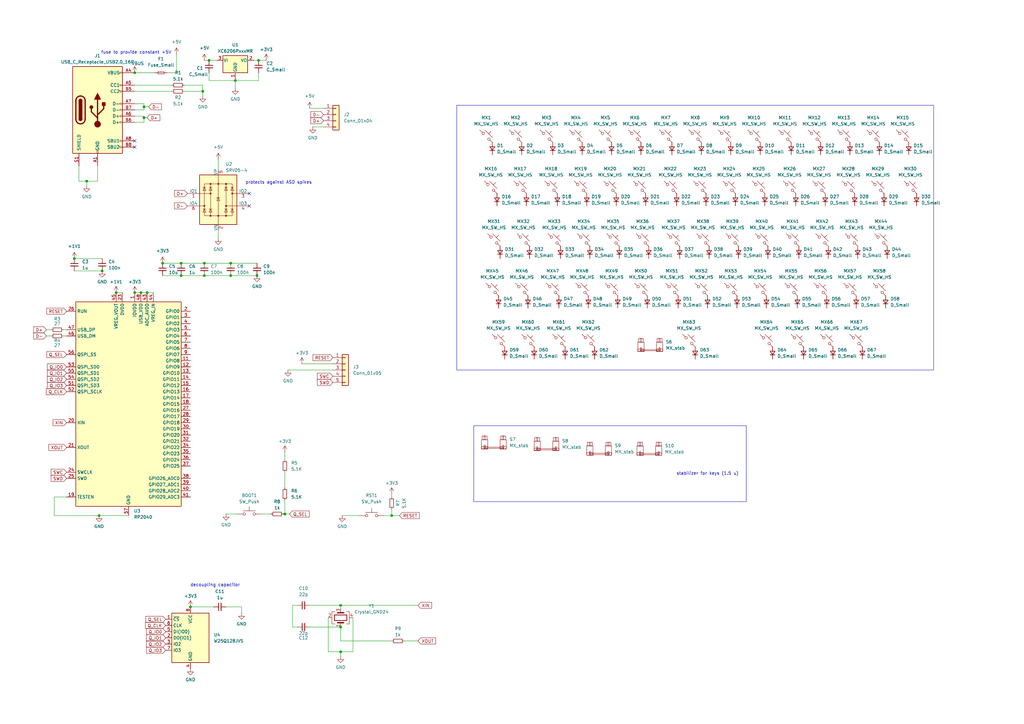
<source format=kicad_sch>
(kicad_sch (version 20231120) (generator "eeschema") (generator_version "8.0")
  (paper "A3")
  (title_block (title "Custom Keyboard for my macbook"))
  (junction (at 59.055 43.815))
  (junction (at 85.725 24.765))
  (junction (at 139.7 267.335))
  (junction (at 55.245 29.845))
  (junction (at 41.91 111.125))
  (junction (at 40.64 211.455))
  (junction (at 96.52 33.02))
  (junction (at 74.295 107.95))
  (junction (at 105.41 113.03))
  (junction (at 57.785 120.015))
  (junction (at 59.055 48.26))
  (junction (at 30.48 106.045))
  (junction (at 83.82 113.03))
  (junction (at 83.185 37.465))
  (junction (at 106.045 24.765))
  (junction (at 66.675 107.95))
  (junction (at 74.295 113.03))
  (junction (at 94.615 107.95))
  (junction (at 55.245 120.015))
  (junction (at 94.615 113.03))
  (junction (at 60.325 120.015))
  (junction (at 116.84 210.82))
  (junction (at 35.56 74.295))
  (junction (at 160.655 211.455))
  (junction (at 78.105 248.92))
  (junction (at 139.7 248.285))
  (junction (at 47.625 120.015))
  (junction (at 83.82 107.95))
  (junction (at 139.7 257.175))
  (no_connect (at 102.235 84.455))
  (no_connect (at 102.235 79.375))
  (no_connect (at 55.245 57.785))
  (no_connect (at 55.245 60.325))
  (wire (pts (xy 99.06 248.92) (xy 99.06 251.46)))
  (wire (pts (xy 92.71 210.82) (xy 97.155 210.82)))
  (wire (pts (xy 128.27 52.07) (xy 132.715 52.07)))
  (wire (pts (xy 116.84 205.105) (xy 116.84 210.82)))
  (wire (pts (xy 59.055 48.26) (xy 59.055 50.165)))
  (wire (pts (xy 104.14 24.765) (xy 106.045 24.765)))
  (wire (pts (xy 60.96 43.815) (xy 59.055 43.815)))
  (wire (pts (xy 89.535 94.615) (xy 89.535 97.79)))
  (wire (pts (xy 123.825 149.225) (xy 136.525 149.225)))
  (wire (pts (xy 83.185 37.465) (xy 83.185 39.37)))
  (wire (pts (xy 106.045 24.765) (xy 109.22 24.765)))
  (wire (pts (xy 60.325 120.015) (xy 62.865 120.015)))
  (wire (pts (xy 22.225 203.835) (xy 22.225 211.455)))
  (wire (pts (xy 27.305 203.835) (xy 22.225 203.835)))
  (wire (pts (xy 72.39 22.225) (xy 72.39 29.845)))
  (wire (pts (xy 96.52 33.02) (xy 106.045 33.02)))
  (wire (pts (xy 139.7 248.285) (xy 171.45 248.285)))
  (wire (pts (xy 121.92 248.285) (xy 120.015 248.285)))
  (wire (pts (xy 96.52 33.02) (xy 96.52 36.195)))
  (wire (pts (xy 59.055 45.085) (xy 55.245 45.085)))
  (wire (pts (xy 35.56 74.295) (xy 40.005 74.295)))
  (wire (pts (xy 96.52 32.385) (xy 96.52 33.02)))
  (wire (pts (xy 55.245 50.165) (xy 59.055 50.165)))
  (wire (pts (xy 74.295 113.03) (xy 83.82 113.03)))
  (wire (pts (xy 59.055 42.545) (xy 59.055 43.815)))
  (wire (pts (xy 40.005 74.295) (xy 40.005 67.945)))
  (wire (pts (xy 134.62 253.365) (xy 134.62 267.335)))
  (wire (pts (xy 22.225 211.455) (xy 40.64 211.455)))
  (wire (pts (xy 47.625 120.015) (xy 50.165 120.015)))
  (wire (pts (xy 66.675 107.95) (xy 74.295 107.95)))
  (wire (pts (xy 89.535 65.405) (xy 89.535 69.215)))
  (wire (pts (xy 83.82 107.95) (xy 94.615 107.95)))
  (wire (pts (xy 139.7 267.335) (xy 144.78 267.335)))
  (wire (pts (xy 106.045 29.845) (xy 106.045 33.02)))
  (wire (pts (xy 32.385 67.945) (xy 32.385 74.295)))
  (wire (pts (xy 140.335 211.455) (xy 147.32 211.455)))
  (wire (pts (xy 94.615 107.95) (xy 105.41 107.95)))
  (wire (pts (xy 55.245 47.625) (xy 59.055 47.625)))
  (wire (pts (xy 26.035 137.795) (xy 27.305 137.795)))
  (wire (pts (xy 163.83 211.455) (xy 160.655 211.455)))
  (wire (pts (xy 83.185 34.925) (xy 83.185 37.465)))
  (wire (pts (xy 134.62 267.335) (xy 139.7 267.335)))
  (wire (pts (xy 94.615 113.03) (xy 105.41 113.03)))
  (wire (pts (xy 66.675 113.03) (xy 74.295 113.03)))
  (wire (pts (xy 116.84 193.675) (xy 116.84 200.025)))
  (wire (pts (xy 160.655 208.915) (xy 160.655 211.455)))
  (wire (pts (xy 35.56 74.295) (xy 35.56 76.2)))
  (wire (pts (xy 165.735 262.89) (xy 171.45 262.89)))
  (wire (pts (xy 19.05 135.255) (xy 20.955 135.255)))
  (wire (pts (xy 55.245 37.465) (xy 70.485 37.465)))
  (wire (pts (xy 72.39 29.845) (xy 68.58 29.845)))
  (wire (pts (xy 55.245 120.015) (xy 57.785 120.015)))
  (wire (pts (xy 83.82 113.03) (xy 94.615 113.03)))
  (wire (pts (xy 139.7 267.335) (xy 139.7 269.24)))
  (wire (pts (xy 116.84 210.82) (xy 118.745 210.82)))
  (wire (pts (xy 59.055 43.815) (xy 59.055 45.085)))
  (wire (pts (xy 116.84 188.595) (xy 116.84 185.42)))
  (wire (pts (xy 127 44.45) (xy 132.715 44.45)))
  (wire (pts (xy 74.295 107.95) (xy 83.82 107.95)))
  (wire (pts (xy 59.055 47.625) (xy 59.055 48.26)))
  (wire (pts (xy 30.48 111.125) (xy 41.91 111.125)))
  (wire (pts (xy 75.565 37.465) (xy 83.185 37.465)))
  (wire (pts (xy 118.11 151.765) (xy 136.525 151.765)))
  (wire (pts (xy 85.725 24.765) (xy 88.9 24.765)))
  (wire (pts (xy 55.245 29.845) (xy 63.5 29.845)))
  (wire (pts (xy 127 257.175) (xy 139.7 257.175)))
  (wire (pts (xy 139.7 262.89) (xy 160.655 262.89)))
  (wire (pts (xy 55.245 42.545) (xy 59.055 42.545)))
  (wire (pts (xy 57.785 120.015) (xy 60.325 120.015)))
  (wire (pts (xy 78.105 248.92) (xy 87.63 248.92)))
  (wire (pts (xy 32.385 74.295) (xy 35.56 74.295)))
  (wire (pts (xy 85.725 33.02) (xy 96.52 33.02)))
  (wire (pts (xy 127 248.285) (xy 139.7 248.285)))
  (wire (pts (xy 92.71 248.92) (xy 99.06 248.92)))
  (wire (pts (xy 75.565 34.925) (xy 83.185 34.925)))
  (wire (pts (xy 116.205 210.82) (xy 116.84 210.82)))
  (wire (pts (xy 26.035 135.255) (xy 27.305 135.255)))
  (wire (pts (xy 85.725 29.845) (xy 85.725 33.02)))
  (wire (pts (xy 107.315 210.82) (xy 111.125 210.82)))
  (wire (pts (xy 139.7 248.285) (xy 139.7 249.555)))
  (wire (pts (xy 139.7 257.175) (xy 139.7 262.89)))
  (wire (pts (xy 40.64 211.455) (xy 52.705 211.455)))
  (wire (pts (xy 144.78 253.365) (xy 144.78 267.335)))
  (wire (pts (xy 160.655 211.455) (xy 157.48 211.455)))
  (wire (pts (xy 160.655 203.835) (xy 160.655 202.565)))
  (wire (pts (xy 55.245 34.925) (xy 70.485 34.925)))
  (wire (pts (xy 30.48 106.045) (xy 41.91 106.045)))
  (wire (pts (xy 120.015 257.175) (xy 121.92 257.175)))
  (wire (pts (xy 60.325 48.26) (xy 59.055 48.26)))
  (wire (pts (xy 83.82 24.765) (xy 85.725 24.765)))
  (wire (pts (xy 120.015 248.285) (xy 120.015 257.175)))
  (wire (pts (xy 19.05 137.795) (xy 20.955 137.795)))
  (rectangle (start 194.31 174.625) (end 306.07 205.74))
  (rectangle (start 187.325 43.18) (end 382.905 151.765))
  (text "fuse to provide constant +5V\n" (at 55.88 21.59 0) (effects (font (size 1.27 1.27))))
  (text "stabilizer for keys (1.5 u)\n" (at 290.195 194.31 0) (effects (font (size 1.27 1.27))))
  (text "protects against ASD spikes\n" (at 114.3 74.93 0) (effects (font (size 1.27 1.27))))
  (text "decoupling capacitor\n" (at 88.265 240.03 0) (effects (font (size 1.27 1.27))))
  (global_label "D-" (shape input) (at 60.96 43.815 0) (property "Intersheetrefs" "${INTERSHEET_REFS}" (effects (hide yes))))
  (global_label "Q_CLK" (shape input) (at 27.305 160.655 180) (property "Intersheetrefs" "${INTERSHEET_REFS}" (effects (hide yes))))
  (global_label "RESET" (shape input) (at 163.83 211.455 0) (property "Intersheetrefs" "${INTERSHEET_REFS}" (effects (hide yes))))
  (global_label "Q_IO3" (shape input) (at 67.945 266.7 180) (property "Intersheetrefs" "${INTERSHEET_REFS}" (effects (hide yes))))
  (global_label "Q_IO2" (shape input) (at 27.305 155.575 180) (property "Intersheetrefs" "${INTERSHEET_REFS}" (effects (hide yes))))
  (global_label "XOUT" (shape input) (at 27.305 183.515 180) (property "Intersheetrefs" "${INTERSHEET_REFS}" (effects (hide yes))))
  (global_label "Q_SEL" (shape input) (at 27.305 145.415 180) (property "Intersheetrefs" "${INTERSHEET_REFS}" (effects (hide yes))))
  (global_label "Q_IO1" (shape input) (at 67.945 261.62 180) (property "Intersheetrefs" "${INTERSHEET_REFS}" (effects (hide yes))))
  (global_label "D-" (shape input) (at 132.715 46.99 180) (property "Intersheetrefs" "${INTERSHEET_REFS}" (effects (hide yes))))
  (global_label "D+" (shape input) (at 60.325 48.26 0) (property "Intersheetrefs" "${INTERSHEET_REFS}" (effects (hide yes))))
  (global_label "D+" (shape input) (at 19.05 135.255 180) (property "Intersheetrefs" "${INTERSHEET_REFS}" (effects (hide yes))))
  (global_label "Q_SEL" (shape input) (at 118.745 210.82 0) (property "Intersheetrefs" "${INTERSHEET_REFS}" (effects (hide yes))))
  (global_label "SWC" (shape input) (at 27.305 193.675 180) (property "Intersheetrefs" "${INTERSHEET_REFS}" (effects (hide yes))))
  (global_label "Q_SEL" (shape input) (at 67.945 254 180) (property "Intersheetrefs" "${INTERSHEET_REFS}" (effects (hide yes))))
  (global_label "Q_IO2" (shape input) (at 67.945 264.16 180) (property "Intersheetrefs" "${INTERSHEET_REFS}" (effects (hide yes))))
  (global_label "XOUT" (shape input) (at 171.45 262.89 0) (property "Intersheetrefs" "${INTERSHEET_REFS}" (effects (hide yes))))
  (global_label "D-" (shape input) (at 19.05 137.795 180) (property "Intersheetrefs" "${INTERSHEET_REFS}" (effects (hide yes))))
  (global_label "SWC" (shape input) (at 136.525 154.305 180) (property "Intersheetrefs" "${INTERSHEET_REFS}" (effects (hide yes))))
  (global_label "Q_IO0" (shape input) (at 67.945 259.08 180) (property "Intersheetrefs" "${INTERSHEET_REFS}" (effects (hide yes))))
  (global_label "Q_IO0" (shape input) (at 27.305 150.495 180) (property "Intersheetrefs" "${INTERSHEET_REFS}" (effects (hide yes))))
  (global_label "RESET" (shape input) (at 136.525 146.685 180) (property "Intersheetrefs" "${INTERSHEET_REFS}" (effects (hide yes))))
  (global_label "D+" (shape input) (at 76.835 79.375 180) (property "Intersheetrefs" "${INTERSHEET_REFS}" (effects (hide yes))))
  (global_label "XIN" (shape input) (at 171.45 248.285 0) (property "Intersheetrefs" "${INTERSHEET_REFS}" (effects (hide yes))))
  (global_label "Q_IO3" (shape input) (at 27.305 158.115 180) (property "Intersheetrefs" "${INTERSHEET_REFS}" (effects (hide yes))))
  (global_label "RESET" (shape input) (at 27.305 127.635 180) (property "Intersheetrefs" "${INTERSHEET_REFS}" (effects (hide yes))))
  (global_label "D-" (shape input) (at 76.835 84.455 180) (property "Intersheetrefs" "${INTERSHEET_REFS}" (effects (hide yes))))
  (global_label "Q_IO1" (shape input) (at 27.305 153.035 180) (property "Intersheetrefs" "${INTERSHEET_REFS}" (effects (hide yes))))
  (global_label "SWD" (shape input) (at 27.305 196.215 180) (property "Intersheetrefs" "${INTERSHEET_REFS}" (effects (hide yes))))
  (global_label "XIN" (shape input) (at 27.305 173.355 180) (property "Intersheetrefs" "${INTERSHEET_REFS}" (effects (hide yes))))
  (global_label "Q_CLK" (shape input) (at 67.945 256.54 180) (property "Intersheetrefs" "${INTERSHEET_REFS}" (effects (hide yes))))
  (global_label "D+" (shape input) (at 132.715 49.53 180) (property "Intersheetrefs" "${INTERSHEET_REFS}" (effects (hide yes))))
  (global_label "SWD" (shape input) (at 136.525 156.845 180) (property "Intersheetrefs" "${INTERSHEET_REFS}" (effects (hide yes))))
  (symbol (lib_id "PCM_marbastlib-mx:MX_SW_HS_CPG151101S11") (at 274.955 76.835 0) (unit 1)
    (property "Reference" "MX22" (at 274.955 69.215 0))
    (property "Value" "MX_SW_HS" (at 274.955 71.755 0))
    (property "Footprint" "PCM_marbastlib-mx:SW_MX_1u" (effects (hide yes)))
    (property "Description" "Push button switch, normally open, two pins, 45° tilted, Kailh CPG151101S11 for Cherry MX style switches" (effects (hide yes)))
  )
  (symbol (lib_id "PCM_marbastlib-mx:MX_stab") (at 245.745 184.15 0) (unit 1)
    (property "Reference" "S9" (at 252.095 182.7529 0) (effects (justify left)))
    (property "Value" "MX_stab" (at 252.095 185.2929 0) (effects (justify left)))
    (property "Footprint" "PCM_marbastlib-mx:STAB_MX_P_2u" (effects (hide yes)))
    (property "Description" "Cherry MX-style stabilizer" (effects (hide yes)))
  )
  (symbol (lib_id "PCM_marbastlib-mx:MX_SW_HS_CPG151101S11") (at 325.12 98.425 0) (unit 1)
    (property "Reference" "MX41" (at 325.12 90.805 0))
    (property "Value" "MX_SW_HS" (at 325.12 93.345 0))
    (property "Footprint" "PCM_marbastlib-mx:SW_MX_1u" (effects (hide yes)))
    (property "Description" "Push button switch, normally open, two pins, 45° tilted, Kailh CPG151101S11 for Cherry MX style switches" (effects (hide yes)))
  )
  (symbol (lib_id "Device:C_Small") (at 124.46 248.285 90) (unit 1)
    (property "Reference" "C10" (at 124.4663 241.3 90))
    (property "Value" "22p" (at 124.4663 243.84 90))
    (property "Footprint" "Capacitor_SMD:C_0402_1005Metric" (effects (hide yes)))
    (property "Description" "Unpolarized capacitor, small symbol" (effects (hide yes)))
  )
  (symbol (lib_id "Device:D_Small") (at 290.195 123.825 90) (unit 1)
    (property "Reference" "D52" (at 292.1 122.5549 90) (effects (justify right)))
    (property "Value" "D_Small" (at 292.1 125.0949 90) (effects (justify right)))
    (property "Footprint" "Diode_SMD:D_SOD-123" (effects (hide yes)))
    (property "Description" "Diode, small symbol" (effects (hide yes)))
    (property "Sim.Device" "D" (effects (hide yes)))
    (property "Sim.Pins" "1=K 2=A" (effects (hide yes)))
  )
  (symbol (lib_id "PCM_marbastlib-various:SRV05-4") (at 89.535 81.915 0) (unit 1)
    (property "Reference" "U2" (at 92.5515 67.31 0) (effects (justify left)))
    (property "Value" "SRV05-4" (at 92.5515 69.85 0) (effects (justify left)))
    (property "Footprint" "PCM_marbastlib-various:SOT-23-6-routable" (effects (hide yes)))
    (property "Datasheet" "http://www.onsemi.com/pub/Collateral/SRV05-4-D.PDF" (effects (hide yes)))
    (property "Description" "ESD Protection Diodes with Low Clamping Voltage, SOT-23-6" (effects (hide yes)))
  )
  (symbol (lib_id "Device:D_Small") (at 360.68 60.96 90) (unit 1)
    (property "Reference" "D14" (at 362.585 59.6899 90) (effects (justify right)))
    (property "Value" "D_Small" (at 362.585 62.2299 90) (effects (justify right)))
    (property "Footprint" "Diode_SMD:D_SOD-123" (effects (hide yes)))
    (property "Description" "Diode, small symbol" (effects (hide yes)))
    (property "Sim.Device" "D" (effects (hide yes)))
    (property "Sim.Pins" "1=K 2=A" (effects (hide yes)))
  )
  (symbol (lib_id "PCM_marbastlib-mx:MX_SW_HS_CPG151101S11") (at 287.655 118.745 0) (unit 1)
    (property "Reference" "MX52" (at 287.655 111.125 0))
    (property "Value" "MX_SW_HS" (at 287.655 113.665 0))
    (property "Footprint" "PCM_marbastlib-mx:SW_MX_1u" (effects (hide yes)))
    (property "Description" "Push button switch, normally open, two pins, 45° tilted, Kailh CPG151101S11 for Cherry MX style switches" (effects (hide yes)))
  )
  (symbol (lib_id "Device:D_Small") (at 353.695 144.78 90) (unit 1)
    (property "Reference" "D67" (at 355.6 143.5099 90) (effects (justify right)))
    (property "Value" "D_Small" (at 355.6 146.0499 90) (effects (justify right)))
    (property "Footprint" "Diode_SMD:D_SOD-123" (effects (hide yes)))
    (property "Description" "Diode, small symbol" (effects (hide yes)))
    (property "Sim.Device" "D" (effects (hide yes)))
    (property "Sim.Pins" "1=K 2=A" (effects (hide yes)))
  )
  (symbol (lib_id "Device:D_Small") (at 289.56 81.915 90) (unit 1)
    (property "Reference" "D23" (at 291.465 80.6449 90) (effects (justify right)))
    (property "Value" "D_Small" (at 291.465 83.1849 90) (effects (justify right)))
    (property "Footprint" "Diode_SMD:D_SOD-123" (effects (hide yes)))
    (property "Description" "Diode, small symbol" (effects (hide yes)))
    (property "Sim.Device" "D" (effects (hide yes)))
    (property "Sim.Pins" "1=K 2=A" (effects (hide yes)))
  )
  (symbol (lib_id "PCM_marbastlib-mx:MX_stab") (at 266.3316 184.1931 0) (unit 1)
    (property "Reference" "S10" (at 272.6816 182.796 0) (effects (justify left)))
    (property "Value" "MX_stab" (at 272.6816 185.336 0) (effects (justify left)))
    (property "Footprint" "PCM_marbastlib-mx:STAB_MX_P_2u" (effects (hide yes)))
    (property "Description" "Cherry MX-style stabilizer" (effects (hide yes)))
  )
  (symbol (lib_id "power:+3V3") (at 123.825 149.225 0) (unit 1)
    (property "Reference" "#PWR018" (effects (hide yes)))
    (property "Value" "+3V3" (at 123.825 144.78 0))
    (property "Description" "Power symbol creates a global label with name \"+3V3\"" (effects (hide yes)))
  )
  (symbol (lib_id "Device:R_Small") (at 116.84 202.565 180) (unit 1)
    (property "Reference" "R6" (at 119.38 201.2949 0) (effects (justify right)))
    (property "Value" "5.1K" (at 119.38 203.8349 0) (effects (justify right)))
    (property "Footprint" "Resistor_SMD:R_01005_0402Metric" (effects (hide yes)))
    (property "Description" "Resistor, small symbol" (effects (hide yes)))
  )
  (symbol (lib_id "power:+5V") (at 127 44.45 0) (unit 1)
    (property "Reference" "#PWR07" (effects (hide yes)))
    (property "Value" "+5V" (at 127 39.37 0))
    (property "Description" "Power symbol creates a global label with name \"+5V\"" (effects (hide yes)))
  )
  (symbol (lib_id "Device:D_Small") (at 238.76 60.96 90) (unit 1)
    (property "Reference" "D4" (at 240.665 59.6899 90) (effects (justify right)))
    (property "Value" "D_Small" (at 240.665 62.2299 90) (effects (justify right)))
    (property "Footprint" "Diode_SMD:D_SOD-123" (effects (hide yes)))
    (property "Description" "Diode, small symbol" (effects (hide yes)))
    (property "Sim.Device" "D" (effects (hide yes)))
    (property "Sim.Pins" "1=K 2=A" (effects (hide yes)))
  )
  (symbol (lib_id "power:GND") (at 140.335 211.455 0) (unit 1)
    (property "Reference" "#PWR024" (effects (hide yes)))
    (property "Value" "GND" (at 140.335 215.9 0))
    (property "Description" "Power symbol creates a global label with name \"GND\" , ground" (effects (hide yes)))
  )
  (symbol (lib_id "Device:D_Small") (at 226.695 60.96 90) (unit 1)
    (property "Reference" "D3" (at 228.6 59.6899 90) (effects (justify right)))
    (property "Value" "D_Small" (at 228.6 62.2299 90) (effects (justify right)))
    (property "Footprint" "Diode_SMD:D_SOD-123" (effects (hide yes)))
    (property "Description" "Diode, small symbol" (effects (hide yes)))
    (property "Sim.Device" "D" (effects (hide yes)))
    (property "Sim.Pins" "1=K 2=A" (effects (hide yes)))
  )
  (symbol (lib_id "PCM_marbastlib-mx:MX_SW_HS_CPG151101S11") (at 273.05 55.88 0) (unit 1)
    (property "Reference" "MX7" (at 273.05 48.26 0))
    (property "Value" "MX_SW_HS" (at 273.05 50.8 0))
    (property "Footprint" "PCM_marbastlib-mx:SW_MX_1u" (effects (hide yes)))
    (property "Description" "Push button switch, normally open, two pins, 45° tilted, Kailh CPG151101S11 for Cherry MX style switches" (effects (hide yes)))
  )
  (symbol (lib_id "Device:Fuse_Small") (at 66.04 29.845 0) (unit 1)
    (property "Reference" "F1" (at 66.04 24.13 0))
    (property "Value" "Fuse_Small" (at 66.04 26.67 0))
    (property "Footprint" "Fuse:Fuse_1206_3216Metric" (effects (hide yes)))
    (property "Description" "Fuse, small symbol" (effects (hide yes)))
  )
  (symbol (lib_id "Device:D_Small") (at 314.325 123.825 90) (unit 1)
    (property "Reference" "D54" (at 316.23 122.5549 90) (effects (justify right)))
    (property "Value" "D_Small" (at 316.23 125.0949 90) (effects (justify right)))
    (property "Footprint" "Diode_SMD:D_SOD-123" (effects (hide yes)))
    (property "Description" "Diode, small symbol" (effects (hide yes)))
    (property "Sim.Device" "D" (effects (hide yes)))
    (property "Sim.Pins" "1=K 2=A" (effects (hide yes)))
  )
  (symbol (lib_id "power:+5V") (at 72.39 22.225 0) (unit 1)
    (property "Reference" "#PWR01" (effects (hide yes)))
    (property "Value" "+5V" (at 72.39 17.145 0))
    (property "Description" "Power symbol creates a global label with name \"+5V\"" (effects (hide yes)))
  )
  (symbol (lib_id "Device:D_Small") (at 375.92 81.915 90) (unit 1)
    (property "Reference" "D30" (at 377.825 80.6449 90) (effects (justify right)))
    (property "Value" "D_Small" (at 377.825 83.1849 90) (effects (justify right)))
    (property "Footprint" "Diode_SMD:D_SOD-123" (effects (hide yes)))
    (property "Description" "Diode, small symbol" (effects (hide yes)))
    (property "Sim.Device" "D" (effects (hide yes)))
    (property "Sim.Pins" "1=K 2=A" (effects (hide yes)))
  )
  (symbol (lib_id "PCM_marbastlib-mx:MX_SW_HS_CPG151101S11") (at 226.695 118.745 0) (unit 1)
    (property "Reference" "MX47" (at 226.695 111.125 0))
    (property "Value" "MX_SW_HS" (at 226.695 113.665 0))
    (property "Footprint" "PCM_marbastlib-mx:SW_MX_1u" (effects (hide yes)))
    (property "Description" "Push button switch, normally open, two pins, 45° tilted, Kailh CPG151101S11 for Cherry MX style switches" (effects (hide yes)))
  )
  (symbol (lib_id "PCM_marbastlib-mx:MX_SW_HS_CPG151101S11") (at 241.3 139.7 0) (unit 1)
    (property "Reference" "MX62" (at 241.3 132.08 0))
    (property "Value" "MX_SW_HS" (at 241.3 134.62 0))
    (property "Footprint" "PCM_marbastlib-mx:SW_MX_1.25u" (effects (hide yes)))
    (property "Description" "Push button switch, normally open, two pins, 45° tilted, Kailh CPG151101S11 for Cherry MX style switches" (effects (hide yes)))
  )
  (symbol (lib_id "PCM_marbastlib-mx:MX_SW_HS_CPG151101S11") (at 213.36 76.835 0) (unit 1)
    (property "Reference" "MX17" (at 213.36 69.215 0))
    (property "Value" "MX_SW_HS" (at 213.36 71.755 0))
    (property "Footprint" "PCM_marbastlib-mx:SW_MX_1u" (effects (hide yes)))
    (property "Description" "Push button switch, normally open, two pins, 45° tilted, Kailh CPG151101S11 for Cherry MX style switches" (effects (hide yes)))
  )
  (symbol (lib_id "Device:R_Small") (at 73.025 37.465 90) (unit 1)
    (property "Reference" "R2" (at 73.025 40.005 90))
    (property "Value" "5.1k" (at 73.025 42.545 90))
    (property "Footprint" "Resistor_SMD:R_01005_0402Metric" (effects (hide yes)))
    (property "Description" "Resistor, small symbol" (effects (hide yes)))
  )
  (symbol (lib_id "Device:D_Small") (at 339.09 123.825 90) (unit 1)
    (property "Reference" "D56" (at 340.995 122.5549 90) (effects (justify right)))
    (property "Value" "D_Small" (at 340.995 125.0949 90) (effects (justify right)))
    (property "Footprint" "Diode_SMD:D_SOD-123" (effects (hide yes)))
    (property "Description" "Diode, small symbol" (effects (hide yes)))
    (property "Sim.Device" "D" (effects (hide yes)))
    (property "Sim.Pins" "1=K 2=A" (effects (hide yes)))
  )
  (symbol (lib_id "Device:D_Small") (at 215.9 81.915 90) (unit 1)
    (property "Reference" "D17" (at 217.805 80.6449 90) (effects (justify right)))
    (property "Value" "D_Small" (at 217.805 83.1849 90) (effects (justify right)))
    (property "Footprint" "Diode_SMD:D_SOD-123" (effects (hide yes)))
    (property "Description" "Diode, small symbol" (effects (hide yes)))
    (property "Sim.Device" "D" (effects (hide yes)))
    (property "Sim.Pins" "1=K 2=A" (effects (hide yes)))
  )
  (symbol (lib_id "PCM_marbastlib-mx:MX_SW_HS_CPG151101S11") (at 199.39 55.88 0) (unit 1)
    (property "Reference" "MX1" (at 199.39 48.26 0))
    (property "Value" "MX_SW_HS" (at 199.39 50.8 0))
    (property "Footprint" "PCM_marbastlib-mx:SW_MX_1u" (effects (hide yes)))
    (property "Description" "Push button switch, normally open, two pins, 45° tilted, Kailh CPG151101S11 for Cherry MX style switches" (effects (hide yes)))
  )
  (symbol (lib_id "Device:D_Small") (at 362.585 81.915 90) (unit 1)
    (property "Reference" "D29" (at 364.49 80.6449 90) (effects (justify right)))
    (property "Value" "D_Small" (at 364.49 83.1849 90) (effects (justify right)))
    (property "Footprint" "Diode_SMD:D_SOD-123" (effects (hide yes)))
    (property "Description" "Diode, small symbol" (effects (hide yes)))
    (property "Sim.Device" "D" (effects (hide yes)))
    (property "Sim.Pins" "1=K 2=A" (effects (hide yes)))
  )
  (symbol (lib_id "Device:C_Small") (at 90.17 248.92 90) (unit 1)
    (property "Reference" "C11" (at 90.1763 242.57 90))
    (property "Value" "1u" (at 90.1763 245.11 90))
    (property "Footprint" "Capacitor_SMD:C_0402_1005Metric" (effects (hide yes)))
    (property "Description" "Unpolarized capacitor, small symbol" (effects (hide yes)))
  )
  (symbol (lib_id "PCM_marbastlib-mx:MX_SW_HS_CPG151101S11") (at 360.045 76.835 0) (unit 1)
    (property "Reference" "MX29" (at 360.045 69.215 0))
    (property "Value" "MX_SW_HS" (at 360.045 71.755 0))
    (property "Footprint" "PCM_marbastlib-mx:SW_MX_1u" (effects (hide yes)))
    (property "Description" "Push button switch, normally open, two pins, 45° tilted, Kailh CPG151101S11 for Cherry MX style switches" (effects (hide yes)))
  )
  (symbol (lib_id "Device:D_Small") (at 327.66 103.505 90) (unit 1)
    (property "Reference" "D41" (at 329.565 102.2349 90) (effects (justify right)))
    (property "Value" "D_Small" (at 329.565 104.7749 90) (effects (justify right)))
    (property "Footprint" "Diode_SMD:D_SOD-123" (effects (hide yes)))
    (property "Description" "Diode, small symbol" (effects (hide yes)))
    (property "Sim.Device" "D" (effects (hide yes)))
    (property "Sim.Pins" "1=K 2=A" (effects (hide yes)))
  )
  (symbol (lib_id "Device:D_Small") (at 243.84 144.78 90) (unit 1)
    (property "Reference" "D62" (at 245.745 143.5099 90) (effects (justify right)))
    (property "Value" "D_Small" (at 245.745 146.0499 90) (effects (justify right)))
    (property "Footprint" "Diode_SMD:D_SOD-123" (effects (hide yes)))
    (property "Description" "Diode, small symbol" (effects (hide yes)))
    (property "Sim.Device" "D" (effects (hide yes)))
    (property "Sim.Pins" "1=K 2=A" (effects (hide yes)))
  )
  (symbol (lib_id "Device:D_Small") (at 217.17 103.505 90) (unit 1)
    (property "Reference" "D32" (at 219.075 102.2349 90) (effects (justify right)))
    (property "Value" "D_Small" (at 219.075 104.7749 90) (effects (justify right)))
    (property "Footprint" "Diode_SMD:D_SOD-123" (effects (hide yes)))
    (property "Description" "Diode, small symbol" (effects (hide yes)))
    (property "Sim.Device" "D" (effects (hide yes)))
    (property "Sim.Pins" "1=K 2=A" (effects (hide yes)))
  )
  (symbol (lib_id "Device:D_Small") (at 228.6 81.915 90) (unit 1)
    (property "Reference" "D18" (at 230.505 80.6449 90) (effects (justify right)))
    (property "Value" "D_Small" (at 230.505 83.1849 90) (effects (justify right)))
    (property "Footprint" "Diode_SMD:D_SOD-123" (effects (hide yes)))
    (property "Description" "Diode, small symbol" (effects (hide yes)))
    (property "Sim.Device" "D" (effects (hide yes)))
    (property "Sim.Pins" "1=K 2=A" (effects (hide yes)))
  )
  (symbol (lib_id "PCM_marbastlib-mx:MX_SW_HS_CPG151101S11") (at 248.285 55.88 0) (unit 1)
    (property "Reference" "MX5" (at 248.285 48.26 0))
    (property "Value" "MX_SW_HS" (at 248.285 50.8 0))
    (property "Footprint" "PCM_marbastlib-mx:SW_MX_1u" (effects (hide yes)))
    (property "Description" "Push button switch, normally open, two pins, 45° tilted, Kailh CPG151101S11 for Cherry MX style switches" (effects (hide yes)))
  )
  (symbol (lib_id "PCM_marbastlib-mx:MX_SW_HS_CPG151101S11") (at 360.68 118.745 0) (unit 1)
    (property "Reference" "MX58" (at 360.68 111.125 0))
    (property "Value" "MX_SW_HS" (at 360.68 113.665 0))
    (property "Footprint" "PCM_marbastlib-mx:SW_MX_1u" (effects (hide yes)))
    (property "Description" "Push button switch, normally open, two pins, 45° tilted, Kailh CPG151101S11 for Cherry MX style switches" (effects (hide yes)))
  )
  (symbol (lib_id "Device:D_Small") (at 277.495 81.915 90) (unit 1)
    (property "Reference" "D22" (at 279.4 80.6449 90) (effects (justify right)))
    (property "Value" "D_Small" (at 279.4 83.1849 90) (effects (justify right)))
    (property "Footprint" "Diode_SMD:D_SOD-123" (effects (hide yes)))
    (property "Description" "Diode, small symbol" (effects (hide yes)))
    (property "Sim.Device" "D" (effects (hide yes)))
    (property "Sim.Pins" "1=K 2=A" (effects (hide yes)))
  )
  (symbol (lib_id "PCM_marbastlib-mx:MX_SW_HS_CPG151101S11") (at 324.485 118.745 0) (unit 1)
    (property "Reference" "MX55" (at 324.485 111.125 0))
    (property "Value" "MX_SW_HS" (at 324.485 113.665 0))
    (property "Footprint" "PCM_marbastlib-mx:SW_MX_1u" (effects (hide yes)))
    (property "Description" "Push button switch, normally open, two pins, 45° tilted, Kailh CPG151101S11 for Cherry MX style switches" (effects (hide yes)))
  )
  (symbol (lib_id "Device:D_Small") (at 275.59 60.96 90) (unit 1)
    (property "Reference" "D7" (at 277.495 59.6899 90) (effects (justify right)))
    (property "Value" "D_Small" (at 277.495 62.2299 90) (effects (justify right)))
    (property "Footprint" "Diode_SMD:D_SOD-123" (effects (hide yes)))
    (property "Description" "Diode, small symbol" (effects (hide yes)))
    (property "Sim.Device" "D" (effects (hide yes)))
    (property "Sim.Pins" "1=K 2=A" (effects (hide yes)))
  )
  (symbol (lib_id "Device:D_Small") (at 351.155 123.825 90) (unit 1)
    (property "Reference" "D57" (at 353.06 122.5549 90) (effects (justify right)))
    (property "Value" "D_Small" (at 353.06 125.0949 90) (effects (justify right)))
    (property "Footprint" "Diode_SMD:D_SOD-123" (effects (hide yes)))
    (property "Description" "Diode, small symbol" (effects (hide yes)))
    (property "Sim.Device" "D" (effects (hide yes)))
    (property "Sim.Pins" "1=K 2=A" (effects (hide yes)))
  )
  (symbol (lib_id "PCM_marbastlib-mx:MX_SW_HS_CPG151101S11") (at 250.19 76.835 0) (unit 1)
    (property "Reference" "MX20" (at 250.19 69.215 0))
    (property "Value" "MX_SW_HS" (at 250.19 71.755 0))
    (property "Footprint" "PCM_marbastlib-mx:SW_MX_1u" (effects (hide yes)))
    (property "Description" "Push button switch, normally open, two pins, 45° tilted, Kailh CPG151101S11 for Cherry MX style switches" (effects (hide yes)))
  )
  (symbol (lib_id "Memory_Flash:W25Q128JVS") (at 78.105 261.62 0) (unit 1)
    (property "Reference" "U4" (at 87.63 260.3499 0) (effects (justify left)))
    (property "Value" "W25Q128JVS" (at 87.63 262.8899 0) (effects (justify left)))
    (property "Footprint" "Package_SO:SOIC-8_5.23x5.23mm_P1.27mm" (effects (hide yes)))
    (property "Datasheet" "https://www.winbond.com/resource-files/w25q128jv_dtr%20revc%2003272018%20plus.pdf" (effects (hide yes)))
    (property "Description" "128Mb Serial Flash Memory, Standard/Dual/Quad SPI, SOIC-8" (effects (hide yes)))
  )
  (symbol (lib_id "power:GND") (at 118.11 151.765 0) (unit 1)
    (property "Reference" "#PWR019" (effects (hide yes)))
    (property "Value" "GND" (at 118.11 156.21 0))
    (property "Description" "Power symbol creates a global label with name \"GND\" , ground" (effects (hide yes)))
  )
  (symbol (lib_id "Device:D_Small") (at 240.665 81.915 90) (unit 1)
    (property "Reference" "D19" (at 242.57 80.6449 90) (effects (justify right)))
    (property "Value" "D_Small" (at 242.57 83.1849 90) (effects (justify right)))
    (property "Footprint" "Diode_SMD:D_SOD-123" (effects (hide yes)))
    (property "Description" "Diode, small symbol" (effects (hide yes)))
    (property "Sim.Device" "D" (effects (hide yes)))
    (property "Sim.Pins" "1=K 2=A" (effects (hide yes)))
  )
  (symbol (lib_id "PCM_marbastlib-mx:MX_SW_HS_CPG151101S11") (at 262.89 118.745 0) (unit 1)
    (property "Reference" "MX50" (at 262.89 111.125 0))
    (property "Value" "MX_SW_HS" (at 262.89 113.665 0))
    (property "Footprint" "PCM_marbastlib-mx:SW_MX_1u" (effects (hide yes)))
    (property "Description" "Push button switch, normally open, two pins, 45° tilted, Kailh CPG151101S11 for Cherry MX style switches" (effects (hide yes)))
  )
  (symbol (lib_id "PCM_marbastlib-mx:MX_SW_HS_CPG151101S11") (at 226.06 76.835 0) (unit 1)
    (property "Reference" "MX18" (at 226.06 69.215 0))
    (property "Value" "MX_SW_HS" (at 226.06 71.755 0))
    (property "Footprint" "PCM_marbastlib-mx:SW_MX_1u" (effects (hide yes)))
    (property "Description" "Push button switch, normally open, two pins, 45° tilted, Kailh CPG151101S11 for Cherry MX style switches" (effects (hide yes)))
  )
  (symbol (lib_id "PCM_marbastlib-mx:MX_SW_HS_CPG151101S11") (at 238.76 118.745 0) (unit 1)
    (property "Reference" "MX48" (at 238.76 111.125 0))
    (property "Value" "MX_SW_HS" (at 238.76 113.665 0))
    (property "Footprint" "PCM_marbastlib-mx:SW_MX_1u" (effects (hide yes)))
    (property "Description" "Push button switch, normally open, two pins, 45° tilted, Kailh CPG151101S11 for Cherry MX style switches" (effects (hide yes)))
  )
  (symbol (lib_id "Device:D_Small") (at 363.855 103.505 90) (unit 1)
    (property "Reference" "D44" (at 365.76 102.2349 90) (effects (justify right)))
    (property "Value" "D_Small" (at 365.76 104.7749 90) (effects (justify right)))
    (property "Footprint" "Diode_SMD:D_SOD-123" (effects (hide yes)))
    (property "Description" "Diode, small symbol" (effects (hide yes)))
    (property "Sim.Device" "D" (effects (hide yes)))
    (property "Sim.Pins" "1=K 2=A" (effects (hide yes)))
  )
  (symbol (lib_id "PCM_marbastlib-mx:MX_SW_HS_CPG151101S11") (at 314.325 139.7 0) (unit 1)
    (property "Reference" "MX64" (at 314.325 132.08 0))
    (property "Value" "MX_SW_HS" (at 314.325 134.62 0))
    (property "Footprint" "PCM_marbastlib-mx:SW_MX_1.25u" (effects (hide yes)))
    (property "Description" "Push button switch, normally open, two pins, 45° tilted, Kailh CPG151101S11 for Cherry MX style switches" (effects (hide yes)))
  )
  (symbol (lib_id "Device:C_Small") (at 41.91 108.585 0) (unit 1)
    (property "Reference" "C4" (at 44.45 107.3212 0) (effects (justify left)))
    (property "Value" "100n" (at 44.45 109.8612 0) (effects (justify left)))
    (property "Footprint" "Capacitor_SMD:C_0402_1005Metric" (effects (hide yes)))
    (property "Description" "Unpolarized capacitor, small symbol" (effects (hide yes)))
  )
  (symbol (lib_id "Device:D_Small") (at 207.01 144.78 90) (unit 1)
    (property "Reference" "D59" (at 208.915 143.5099 90) (effects (justify right)))
    (property "Value" "D_Small" (at 208.915 146.0499 90) (effects (justify right)))
    (property "Footprint" "Diode_SMD:D_SOD-123" (effects (hide yes)))
    (property "Description" "Diode, small symbol" (effects (hide yes)))
    (property "Sim.Device" "D" (effects (hide yes)))
    (property "Sim.Pins" "1=K 2=A" (effects (hide yes)))
  )
  (symbol (lib_id "Device:R_Small") (at 113.665 210.82 90) (unit 1)
    (property "Reference" "R8" (at 113.665 205.74 90))
    (property "Value" "1k" (at 113.665 208.28 90))
    (property "Footprint" "Resistor_SMD:R_01005_0402Metric" (effects (hide yes)))
    (property "Description" "Resistor, small symbol" (effects (hide yes)))
  )
  (symbol (lib_id "Device:D_Small") (at 302.895 103.505 90) (unit 1)
    (property "Reference" "D39" (at 304.8 102.2349 90) (effects (justify right)))
    (property "Value" "D_Small" (at 304.8 104.7749 90) (effects (justify right)))
    (property "Footprint" "Diode_SMD:D_SOD-123" (effects (hide yes)))
    (property "Description" "Diode, small symbol" (effects (hide yes)))
    (property "Sim.Device" "D" (effects (hide yes)))
    (property "Sim.Pins" "1=K 2=A" (effects (hide yes)))
  )
  (symbol (lib_id "Device:D_Small") (at 336.55 60.96 90) (unit 1)
    (property "Reference" "D12" (at 338.455 59.6899 90) (effects (justify right)))
    (property "Value" "D_Small" (at 338.455 62.2299 90) (effects (justify right)))
    (property "Footprint" "Diode_SMD:D_SOD-123" (effects (hide yes)))
    (property "Description" "Diode, small symbol" (effects (hide yes)))
    (property "Sim.Device" "D" (effects (hide yes)))
    (property "Sim.Pins" "1=K 2=A" (effects (hide yes)))
  )
  (symbol (lib_id "power:VBUS") (at 55.245 29.845 0) (unit 1)
    (property "Reference" "#PWR04" (effects (hide yes)))
    (property "Value" "VBUS" (at 56.515 26.035 0))
    (property "Description" "Power symbol creates a global label with name \"VBUS\"" (effects (hide yes)))
  )
  (symbol (lib_id "Device:D_Small") (at 266.065 103.505 90) (unit 1)
    (property "Reference" "D36" (at 267.97 102.2349 90) (effects (justify right)))
    (property "Value" "D_Small" (at 267.97 104.7749 90) (effects (justify right)))
    (property "Footprint" "Diode_SMD:D_SOD-123" (effects (hide yes)))
    (property "Description" "Diode, small symbol" (effects (hide yes)))
    (property "Sim.Device" "D" (effects (hide yes)))
    (property "Sim.Pins" "1=K 2=A" (effects (hide yes)))
  )
  (symbol (lib_id "MCU_RaspberryPi:RP2040") (at 52.705 165.735 0) (unit 1)
    (property "Reference" "U3" (at 54.8991 209.55 0) (effects (justify left)))
    (property "Value" "RP2040" (at 54.8991 212.09 0) (effects (justify left)))
    (property "Footprint" "Package_DFN_QFN:QFN-56-1EP_7x7mm_P0.4mm_EP3.2x3.2mm" (effects (hide yes)))
    (property "Datasheet" "https://datasheets.raspberrypi.com/rp2040/rp2040-datasheet.pdf" (effects (hide yes)))
    (property "Description" "A microcontroller by Raspberry Pi" (effects (hide yes)))
  )
  (symbol (lib_id "PCM_marbastlib-mx:MX_SW_HS_CPG151101S11") (at 349.25 98.425 0) (unit 1)
    (property "Reference" "MX43" (at 349.25 90.805 0))
    (property "Value" "MX_SW_HS" (at 349.25 93.345 0))
    (property "Footprint" "PCM_marbastlib-mx:SW_MX_1.5u" (effects (hide yes)))
    (property "Description" "Push button switch, normally open, two pins, 45° tilted, Kailh CPG151101S11 for Cherry MX style switches" (effects (hide yes)))
  )
  (symbol (lib_id "Device:D_Small") (at 339.725 103.505 90) (unit 1)
    (property "Reference" "D42" (at 341.63 102.2349 90) (effects (justify right)))
    (property "Value" "D_Small" (at 341.63 104.7749 90) (effects (justify right)))
    (property "Footprint" "Diode_SMD:D_SOD-123" (effects (hide yes)))
    (property "Description" "Diode, small symbol" (effects (hide yes)))
    (property "Sim.Device" "D" (effects (hide yes)))
    (property "Sim.Pins" "1=K 2=A" (effects (hide yes)))
  )
  (symbol (lib_id "Device:R_Small") (at 116.84 191.135 180) (unit 1)
    (property "Reference" "R5" (at 119.38 189.8649 0) (effects (justify right)))
    (property "Value" "5.1K" (at 119.38 192.4049 0) (effects (justify right)))
    (property "Footprint" "Resistor_SMD:R_01005_0402Metric" (effects (hide yes)))
    (property "Description" "Resistor, small symbol" (effects (hide yes)))
  )
  (symbol (lib_id "PCM_marbastlib-mx:MX_SW_HS_CPG151101S11") (at 276.225 98.425 0) (unit 1)
    (property "Reference" "MX37" (at 276.225 90.805 0))
    (property "Value" "MX_SW_HS" (at 276.225 93.345 0))
    (property "Footprint" "PCM_marbastlib-mx:SW_MX_1u" (effects (hide yes)))
    (property "Description" "Push button switch, normally open, two pins, 45° tilted, Kailh CPG151101S11 for Cherry MX style switches" (effects (hide yes)))
  )
  (symbol (lib_id "Device:D_Small") (at 285.115 144.78 90) (unit 1)
    (property "Reference" "D63" (at 287.02 143.5099 90) (effects (justify right)))
    (property "Value" "D_Small" (at 287.02 146.0499 90) (effects (justify right)))
    (property "Footprint" "Diode_SMD:D_SOD-123" (effects (hide yes)))
    (property "Description" "Diode, small symbol" (effects (hide yes)))
    (property "Sim.Device" "D" (effects (hide yes)))
    (property "Sim.Pins" "1=K 2=A" (effects (hide yes)))
  )
  (symbol (lib_id "Device:R_Small") (at 23.495 135.255 270) (unit 1)
    (property "Reference" "R3" (at 23.495 130.81 90))
    (property "Value" "27" (at 23.495 132.715 90))
    (property "Footprint" "Resistor_SMD:R_01005_0402Metric" (effects (hide yes)))
    (property "Description" "Resistor, small symbol" (effects (hide yes)))
  )
  (symbol (lib_id "Device:D_Small") (at 204.47 123.825 90) (unit 1)
    (property "Reference" "D45" (at 206.375 122.5549 90) (effects (justify right)))
    (property "Value" "D_Small" (at 206.375 125.0949 90) (effects (justify right)))
    (property "Footprint" "Diode_SMD:D_SOD-123" (effects (hide yes)))
    (property "Description" "Diode, small symbol" (effects (hide yes)))
    (property "Sim.Device" "D" (effects (hide yes)))
    (property "Sim.Pins" "1=K 2=A" (effects (hide yes)))
  )
  (symbol (lib_id "PCM_marbastlib-mx:MX_SW_HS_CPG151101S11") (at 211.455 55.88 0) (unit 1)
    (property "Reference" "MX2" (at 211.455 48.26 0))
    (property "Value" "MX_SW_HS" (at 211.455 50.8 0))
    (property "Footprint" "PCM_marbastlib-mx:SW_MX_1u" (effects (hide yes)))
    (property "Description" "Push button switch, normally open, two pins, 45° tilted, Kailh CPG151101S11 for Cherry MX style switches" (effects (hide yes)))
  )
  (symbol (lib_id "PCM_marbastlib-mx:MX_SW_HS_CPG151101S11") (at 288.29 98.425 0) (unit 1)
    (property "Reference" "MX38" (at 288.29 90.805 0))
    (property "Value" "MX_SW_HS" (at 288.29 93.345 0))
    (property "Footprint" "PCM_marbastlib-mx:SW_MX_1u" (effects (hide yes)))
    (property "Description" "Push button switch, normally open, two pins, 45° tilted, Kailh CPG151101S11 for Cherry MX style switches" (effects (hide yes)))
  )
  (symbol (lib_id "PCM_marbastlib-mx:MX_SW_HS_CPG151101S11") (at 236.22 55.88 0) (unit 1)
    (property "Reference" "MX4" (at 236.22 48.26 0))
    (property "Value" "MX_SW_HS" (at 236.22 50.8 0))
    (property "Footprint" "PCM_marbastlib-mx:SW_MX_1u" (effects (hide yes)))
    (property "Description" "Push button switch, normally open, two pins, 45° tilted, Kailh CPG151101S11 for Cherry MX style switches" (effects (hide yes)))
  )
  (symbol (lib_id "Device:D_Small") (at 250.825 60.96 90) (unit 1)
    (property "Reference" "D5" (at 252.73 59.6899 90) (effects (justify right)))
    (property "Value" "D_Small" (at 252.73 62.2299 90) (effects (justify right)))
    (property "Footprint" "Diode_SMD:D_SOD-123" (effects (hide yes)))
    (property "Description" "Diode, small symbol" (effects (hide yes)))
    (property "Sim.Device" "D" (effects (hide yes)))
    (property "Sim.Pins" "1=K 2=A" (effects (hide yes)))
  )
  (symbol (lib_id "Device:D_Small") (at 264.795 81.915 90) (unit 1)
    (property "Reference" "D21" (at 266.7 80.6449 90) (effects (justify right)))
    (property "Value" "D_Small" (at 266.7 83.1849 90) (effects (justify right)))
    (property "Footprint" "Diode_SMD:D_SOD-123" (effects (hide yes)))
    (property "Description" "Diode, small symbol" (effects (hide yes)))
    (property "Sim.Device" "D" (effects (hide yes)))
    (property "Sim.Pins" "1=K 2=A" (effects (hide yes)))
  )
  (symbol (lib_id "PCM_marbastlib-mx:MX_SW_HS_CPG151101S11") (at 312.42 98.425 0) (unit 1)
    (property "Reference" "MX40" (at 312.42 90.805 0))
    (property "Value" "MX_SW_HS" (at 312.42 93.345 0))
    (property "Footprint" "PCM_marbastlib-mx:SW_MX_1u" (effects (hide yes)))
    (property "Description" "Push button switch, normally open, two pins, 45° tilted, Kailh CPG151101S11 for Cherry MX style switches" (effects (hide yes)))
  )
  (symbol (lib_id "Device:D_Small") (at 252.73 81.915 90) (unit 1)
    (property "Reference" "D20" (at 254.635 80.6449 90) (effects (justify right)))
    (property "Value" "D_Small" (at 254.635 83.1849 90) (effects (justify right)))
    (property "Footprint" "Diode_SMD:D_SOD-123" (effects (hide yes)))
    (property "Description" "Diode, small symbol" (effects (hide yes)))
    (property "Sim.Device" "D" (effects (hide yes)))
    (property "Sim.Pins" "1=K 2=A" (effects (hide yes)))
  )
  (symbol (lib_id "Device:C_Small") (at 106.045 27.305 0) (unit 1)
    (property "Reference" "C2" (at 109.22 26.0412 0) (effects (justify left)))
    (property "Value" "C_Small" (at 109.22 28.5812 0) (effects (justify left)))
    (property "Footprint" "Capacitor_SMD:C_0402_1005Metric" (effects (hide yes)))
    (property "Description" "Unpolarized capacitor, small symbol" (effects (hide yes)))
  )
  (symbol (lib_id "Device:D_Small") (at 213.995 60.96 90) (unit 1)
    (property "Reference" "D2" (at 215.9 59.6899 90) (effects (justify right)))
    (property "Value" "D_Small" (at 215.9 62.2299 90) (effects (justify right)))
    (property "Footprint" "Diode_SMD:D_SOD-123" (effects (hide yes)))
    (property "Description" "Diode, small symbol" (effects (hide yes)))
    (property "Sim.Device" "D" (effects (hide yes)))
    (property "Sim.Pins" "1=K 2=A" (effects (hide yes)))
  )
  (symbol (lib_id "PCM_marbastlib-mx:MX_SW_HS_CPG151101S11") (at 224.155 55.88 0) (unit 1)
    (property "Reference" "MX3" (at 224.155 48.26 0))
    (property "Value" "MX_SW_HS" (at 224.155 50.8 0))
    (property "Footprint" "PCM_marbastlib-mx:SW_MX_1u" (effects (hide yes)))
    (property "Description" "Push button switch, normally open, two pins, 45° tilted, Kailh CPG151101S11 for Cherry MX style switches" (effects (hide yes)))
  )
  (symbol (lib_id "Device:D_Small") (at 278.13 123.825 90) (unit 1)
    (property "Reference" "D51" (at 280.035 122.5549 90) (effects (justify right)))
    (property "Value" "D_Small" (at 280.035 125.0949 90) (effects (justify right)))
    (property "Footprint" "Diode_SMD:D_SOD-123" (effects (hide yes)))
    (property "Description" "Diode, small symbol" (effects (hide yes)))
    (property "Sim.Device" "D" (effects (hide yes)))
    (property "Sim.Pins" "1=K 2=A" (effects (hide yes)))
  )
  (symbol (lib_id "power:+3V3") (at 109.22 24.765 0) (unit 1)
    (property "Reference" "#PWR03" (effects (hide yes)))
    (property "Value" "+3V3" (at 109.22 20.32 0))
    (property "Description" "Power symbol creates a global label with name \"+3V3\"" (effects (hide yes)))
  )
  (symbol (lib_id "Device:D_Small") (at 350.52 81.915 90) (unit 1)
    (property "Reference" "D28" (at 352.425 80.6449 90) (effects (justify right)))
    (property "Value" "D_Small" (at 352.425 83.1849 90) (effects (justify right)))
    (property "Footprint" "Diode_SMD:D_SOD-123" (effects (hide yes)))
    (property "Description" "Diode, small symbol" (effects (hide yes)))
    (property "Sim.Device" "D" (effects (hide yes)))
    (property "Sim.Pins" "1=K 2=A" (effects (hide yes)))
  )
  (symbol (lib_id "Device:C_Small") (at 66.675 110.49 0) (unit 1)
    (property "Reference" "C5" (at 69.215 109.2262 0) (effects (justify left)))
    (property "Value" "10u" (at 69.215 111.7662 0) (effects (justify left)))
    (property "Footprint" "Capacitor_SMD:C_0603_1608Metric" (effects (hide yes)))
    (property "Description" "Unpolarized capacitor, small symbol" (effects (hide yes)))
  )
  (symbol (lib_id "Device:D_Small") (at 265.43 123.825 90) (unit 1)
    (property "Reference" "D50" (at 267.335 122.5549 90) (effects (justify right)))
    (property "Value" "D_Small" (at 267.335 125.0949 90) (effects (justify right)))
    (property "Footprint" "Diode_SMD:D_SOD-123" (effects (hide yes)))
    (property "Description" "Diode, small symbol" (effects (hide yes)))
    (property "Sim.Device" "D" (effects (hide yes)))
    (property "Sim.Pins" "1=K 2=A" (effects (hide yes)))
  )
  (symbol (lib_id "Connector:USB_C_Receptacle_USB2.0_16P") (at 40.005 45.085 0) (unit 1)
    (property "Reference" "J1" (at 40.005 22.86 0))
    (property "Value" "USB_C_Receptacle_USB2.0_16P" (at 40.005 25.4 0))
    (property "Footprint" "Connector_USB:USB_C_Receptacle_HRO_TYPE-C-31-M-12" (effects (hide yes)))
    (property "Datasheet" "https://www.usb.org/sites/default/files/documents/usb_type-c.zip" (effects (hide yes)))
    (property "Description" "USB 2.0-only 16P Type-C Receptacle connector" (effects (hide yes)))
  )
  (symbol (lib_id "PCM_marbastlib-mx:MX_SW_HS_CPG151101S11") (at 299.085 76.835 0) (unit 1)
    (property "Reference" "MX24" (at 299.085 69.215 0))
    (property "Value" "MX_SW_HS" (at 299.085 71.755 0))
    (property "Footprint" "PCM_marbastlib-mx:SW_MX_1u" (effects (hide yes)))
    (property "Description" "Push button switch, normally open, two pins, 45° tilted, Kailh CPG151101S11 for Cherry MX style switches" (effects (hide yes)))
  )
  (symbol (lib_id "power:GND") (at 78.105 274.32 0) (unit 1)
    (property "Reference" "#PWR028" (effects (hide yes)))
    (property "Value" "GND" (at 78.105 278.765 0))
    (property "Description" "Power symbol creates a global label with name \"GND\" , ground" (effects (hide yes)))
  )
  (symbol (lib_id "PCM_marbastlib-mx:MX_SW_HS_CPG151101S11") (at 323.85 76.835 0) (unit 1)
    (property "Reference" "MX26" (at 323.85 69.215 0))
    (property "Value" "MX_SW_HS" (at 323.85 71.755 0))
    (property "Footprint" "PCM_marbastlib-mx:SW_MX_1u" (effects (hide yes)))
    (property "Description" "Push button switch, normally open, two pins, 45° tilted, Kailh CPG151101S11 for Cherry MX style switches" (effects (hide yes)))
  )
  (symbol (lib_id "PCM_marbastlib-mx:MX_SW_HS_CPG151101S11") (at 204.47 139.7 0) (unit 1)
    (property "Reference" "MX59" (at 204.47 132.08 0))
    (property "Value" "MX_SW_HS" (at 204.47 134.62 0))
    (property "Footprint" "PCM_marbastlib-mx:SW_MX_1u" (effects (hide yes)))
    (property "Description" "Push button switch, normally open, two pins, 45° tilted, Kailh CPG151101S11 for Cherry MX style switches" (effects (hide yes)))
  )
  (symbol (lib_id "Device:R_Small") (at 23.495 137.795 270) (unit 1)
    (property "Reference" "R4" (at 23.495 139.7 90))
    (property "Value" "27" (at 23.495 141.605 90))
    (property "Footprint" "Resistor_SMD:R_01005_0402Metric" (effects (hide yes)))
    (property "Description" "Resistor, small symbol" (effects (hide yes)))
  )
  (symbol (lib_id "Device:D_Small") (at 363.22 123.825 90) (unit 1)
    (property "Reference" "D58" (at 365.125 122.5549 90) (effects (justify right)))
    (property "Value" "D_Small" (at 365.125 125.0949 90) (effects (justify right)))
    (property "Footprint" "Diode_SMD:D_SOD-123" (effects (hide yes)))
    (property "Description" "Diode, small symbol" (effects (hide yes)))
    (property "Sim.Device" "D" (effects (hide yes)))
    (property "Sim.Pins" "1=K 2=A" (effects (hide yes)))
  )
  (symbol (lib_id "Device:C_Small") (at 83.82 110.49 0) (unit 1)
    (property "Reference" "C7" (at 86.36 109.2262 0) (effects (justify left)))
    (property "Value" "100n" (at 86.36 111.7662 0) (effects (justify left)))
    (property "Footprint" "Capacitor_SMD:C_0402_1005Metric" (effects (hide yes)))
    (property "Description" "Unpolarized capacitor, small symbol" (effects (hide yes)))
  )
  (symbol (lib_id "PCM_marbastlib-mx:MX_SW_HS_CPG151101S11") (at 297.18 55.88 0) (unit 1)
    (property "Reference" "MX9" (at 297.18 48.26 0))
    (property "Value" "MX_SW_HS" (at 297.18 50.8 0))
    (property "Footprint" "PCM_marbastlib-mx:SW_MX_1u" (effects (hide yes)))
    (property "Description" "Push button switch, normally open, two pins, 45° tilted, Kailh CPG151101S11 for Cherry MX style switches" (effects (hide yes)))
  )
  (symbol (lib_id "power:GND") (at 139.7 269.24 0) (unit 1)
    (property "Reference" "#PWR027" (effects (hide yes)))
    (property "Value" "GND" (at 139.7 273.685 0))
    (property "Description" "Power symbol creates a global label with name \"GND\" , ground" (effects (hide yes)))
  )
  (symbol (lib_id "Device:D_Small") (at 229.87 103.505 90) (unit 1)
    (property "Reference" "D33" (at 231.775 102.2349 90) (effects (justify right)))
    (property "Value" "D_Small" (at 231.775 104.7749 90) (effects (justify right)))
    (property "Footprint" "Diode_SMD:D_SOD-123" (effects (hide yes)))
    (property "Description" "Diode, small symbol" (effects (hide yes)))
    (property "Sim.Device" "D" (effects (hide yes)))
    (property "Sim.Pins" "1=K 2=A" (effects (hide yes)))
  )
  (symbol (lib_id "PCM_marbastlib-mx:MX_SW_HS_CPG151101S11") (at 216.535 139.7 0) (unit 1)
    (property "Reference" "MX60" (at 216.535 132.08 0))
    (property "Value" "MX_SW_HS" (at 216.535 134.62 0))
    (property "Footprint" "PCM_marbastlib-mx:SW_MX_1u" (effects (hide yes)))
    (property "Description" "Push button switch, normally open, two pins, 45° tilted, Kailh CPG151101S11 for Cherry MX style switches" (effects (hide yes)))
  )
  (symbol (lib_id "PCM_marbastlib-mx:MX_SW_HS_CPG151101S11") (at 327.025 139.7 0) (unit 1)
    (property "Reference" "MX65" (at 327.025 132.08 0))
    (property "Value" "MX_SW_HS" (at 327.025 134.62 0))
    (property "Footprint" "PCM_marbastlib-mx:SW_MX_1u" (effects (hide yes)))
    (property "Description" "Push button switch, normally open, two pins, 45° tilted, Kailh CPG151101S11 for Cherry MX style switches" (effects (hide yes)))
  )
  (symbol (lib_id "PCM_marbastlib-mx:MX_SW_HS_CPG151101S11") (at 227.33 98.425 0) (unit 1)
    (property "Reference" "MX33" (at 227.33 90.805 0))
    (property "Value" "MX_SW_HS" (at 227.33 93.345 0))
    (property "Footprint" "PCM_marbastlib-mx:SW_MX_1u" (effects (hide yes)))
    (property "Description" "Push button switch, normally open, two pins, 45° tilted, Kailh CPG151101S11 for Cherry MX style switches" (effects (hide yes)))
  )
  (symbol (lib_id "Device:D_Small") (at 229.235 123.825 90) (unit 1)
    (property "Reference" "D47" (at 231.14 122.5549 90) (effects (justify right)))
    (property "Value" "D_Small" (at 231.14 125.0949 90) (effects (justify right)))
    (property "Footprint" "Diode_SMD:D_SOD-123" (effects (hide yes)))
    (property "Description" "Diode, small symbol" (effects (hide yes)))
    (property "Sim.Device" "D" (effects (hide yes)))
    (property "Sim.Pins" "1=K 2=A" (effects (hide yes)))
  )
  (symbol (lib_id "power:+1V1") (at 47.625 120.015 0) (unit 1)
    (property "Reference" "#PWR016" (effects (hide yes)))
    (property "Value" "+1V1" (at 47.625 115.57 0))
    (property "Description" "Power symbol creates a global label with name \"+1V1\"" (effects (hide yes)))
  )
  (symbol (lib_id "PCM_marbastlib-mx:MX_SW_HS_CPG151101S11") (at 334.01 55.88 0) (unit 1)
    (property "Reference" "MX12" (at 334.01 48.26 0))
    (property "Value" "MX_SW_HS" (at 334.01 50.8 0))
    (property "Footprint" "PCM_marbastlib-mx:SW_MX_1u" (effects (hide yes)))
    (property "Description" "Push button switch, normally open, two pins, 45° tilted, Kailh CPG151101S11 for Cherry MX style switches" (effects (hide yes)))
  )
  (symbol (lib_id "PCM_marbastlib-mx:MX_SW_HS_CPG151101S11") (at 251.46 98.425 0) (unit 1)
    (property "Reference" "MX35" (at 251.46 90.805 0))
    (property "Value" "MX_SW_HS" (at 251.46 93.345 0))
    (property "Footprint" "PCM_marbastlib-mx:SW_MX_1u" (effects (hide yes)))
    (property "Description" "Push button switch, normally open, two pins, 45° tilted, Kailh CPG151101S11 for Cherry MX style switches" (effects (hide yes)))
  )
  (symbol (lib_id "power:GND") (at 96.52 36.195 0) (unit 1)
    (property "Reference" "#PWR05" (effects (hide yes)))
    (property "Value" "GND" (at 96.52 40.64 0))
    (property "Description" "Power symbol creates a global label with name \"GND\" , ground" (effects (hide yes)))
  )
  (symbol (lib_id "Device:D_Small") (at 278.765 103.505 90) (unit 1)
    (property "Reference" "D37" (at 280.67 102.2349 90) (effects (justify right)))
    (property "Value" "D_Small" (at 280.67 104.7749 90) (effects (justify right)))
    (property "Footprint" "Diode_SMD:D_SOD-123" (effects (hide yes)))
    (property "Description" "Diode, small symbol" (effects (hide yes)))
    (property "Sim.Device" "D" (effects (hide yes)))
    (property "Sim.Pins" "1=K 2=A" (effects (hide yes)))
  )
  (symbol (lib_id "power:GND") (at 99.06 251.46 0) (unit 1)
    (property "Reference" "#PWR026" (effects (hide yes)))
    (property "Value" "GND" (at 99.06 255.905 0))
    (property "Description" "Power symbol creates a global label with name \"GND\" , ground" (effects (hide yes)))
  )
  (symbol (lib_id "Device:C_Small") (at 124.46 257.175 90) (unit 1)
    (property "Reference" "C12" (at 124.46 261.62 90))
    (property "Value" "22p" (at 124.46 259.715 90))
    (property "Footprint" "Capacitor_SMD:C_0402_1005Metric" (effects (hide yes)))
    (property "Description" "Unpolarized capacitor, small symbol" (effects (hide yes)))
  )
  (symbol (lib_id "PCM_marbastlib-mx:MX_SW_HS_CPG151101S11") (at 346.075 55.88 0) (unit 1)
    (property "Reference" "MX13" (at 346.075 48.26 0))
    (property "Value" "MX_SW_HS" (at 346.075 50.8 0))
    (property "Footprint" "PCM_marbastlib-mx:SW_MX_1u" (effects (hide yes)))
    (property "Description" "Push button switch, normally open, two pins, 45° tilted, Kailh CPG151101S11 for Cherry MX style switches" (effects (hide yes)))
  )
  (symbol (lib_id "power:GND") (at 105.41 113.03 0) (unit 1)
    (property "Reference" "#PWR015" (effects (hide yes)))
    (property "Value" "GND" (at 105.41 117.475 0))
    (property "Description" "Power symbol creates a global label with name \"GND\" , ground" (effects (hide yes)))
  )
  (symbol (lib_id "Device:D_Small") (at 311.785 60.96 90) (unit 1)
    (property "Reference" "D10" (at 313.69 59.6899 90) (effects (justify right)))
    (property "Value" "D_Small" (at 313.69 62.2299 90) (effects (justify right)))
    (property "Footprint" "Diode_SMD:D_SOD-123" (effects (hide yes)))
    (property "Description" "Diode, small symbol" (effects (hide yes)))
    (property "Sim.Device" "D" (effects (hide yes)))
    (property "Sim.Pins" "1=K 2=A" (effects (hide yes)))
  )
  (symbol (lib_id "Device:D_Small") (at 262.89 60.96 90) (unit 1)
    (property "Reference" "D6" (at 264.795 59.6899 90) (effects (justify right)))
    (property "Value" "D_Small" (at 264.795 62.2299 90) (effects (justify right)))
    (property "Footprint" "Diode_SMD:D_SOD-123" (effects (hide yes)))
    (property "Description" "Diode, small symbol" (effects (hide yes)))
    (property "Sim.Device" "D" (effects (hide yes)))
    (property "Sim.Pins" "1=K 2=A" (effects (hide yes)))
  )
  (symbol (lib_id "Device:D_Small") (at 327.025 123.825 90) (unit 1)
    (property "Reference" "D55" (at 328.93 122.5549 90) (effects (justify right)))
    (property "Value" "D_Small" (at 328.93 125.0949 90) (effects (justify right)))
    (property "Footprint" "Diode_SMD:D_SOD-123" (effects (hide yes)))
    (property "Description" "Diode, small symbol" (effects (hide yes)))
    (property "Sim.Device" "D" (effects (hide yes)))
    (property "Sim.Pins" "1=K 2=A" (effects (hide yes)))
  )
  (symbol (lib_id "PCM_marbastlib-mx:MX_stab") (at 266.7 141.605 0) (unit 1)
    (property "Reference" "S6" (at 273.05 140.2079 0) (effects (justify left)))
    (property "Value" "MX_stab" (at 273.05 142.7479 0) (effects (justify left)))
    (property "Footprint" "PCM_marbastlib-mx:STAB_MX_P_6.25u" (effects (hide yes)))
    (property "Description" "Cherry MX-style stabilizer" (effects (hide yes)))
  )
  (symbol (lib_id "PCM_marbastlib-mx:MX_SW_HS_CPG151101S11") (at 275.59 118.745 0) (unit 1)
    (property "Reference" "MX51" (at 275.59 111.125 0))
    (property "Value" "MX_SW_HS" (at 275.59 113.665 0))
    (property "Footprint" "PCM_marbastlib-mx:SW_MX_1u" (effects (hide yes)))
    (property "Description" "Push button switch, normally open, two pins, 45° tilted, Kailh CPG151101S11 for Cherry MX style switches" (effects (hide yes)))
  )
  (symbol (lib_id "Device:D_Small") (at 299.72 60.96 90) (unit 1)
    (property "Reference" "D9" (at 301.625 59.6899 90) (effects (justify right)))
    (property "Value" "D_Small" (at 301.625 62.2299 90) (effects (justify right)))
    (property "Footprint" "Diode_SMD:D_SOD-123" (effects (hide yes)))
    (property "Description" "Diode, small symbol" (effects (hide yes)))
    (property "Sim.Device" "D" (effects (hide yes)))
    (property "Sim.Pins" "1=K 2=A" (effects (hide yes)))
  )
  (symbol (lib_id "PCM_marbastlib-mx:MX_SW_HS_CPG151101S11") (at 321.945 55.88 0) (unit 1)
    (property "Reference" "MX11" (at 321.945 48.26 0))
    (property "Value" "MX_SW_HS" (at 321.945 50.8 0))
    (property "Footprint" "PCM_marbastlib-mx:SW_MX_1u" (effects (hide yes)))
    (property "Description" "Push button switch, normally open, two pins, 45° tilted, Kailh CPG151101S11 for Cherry MX style switches" (effects (hide yes)))
  )
  (symbol (lib_id "power:+3V3") (at 160.655 202.565 0) (unit 1)
    (property "Reference" "#PWR021" (effects (hide yes)))
    (property "Value" "+3V3" (at 160.655 198.12 0))
    (property "Description" "Power symbol creates a global label with name \"+3V3\"" (effects (hide yes)))
  )
  (symbol (lib_id "Device:D_Small") (at 351.79 103.505 90) (unit 1)
    (property "Reference" "D43" (at 353.695 102.2349 90) (effects (justify right)))
    (property "Value" "D_Small" (at 353.695 104.7749 90) (effects (justify right)))
    (property "Footprint" "Diode_SMD:D_SOD-123" (effects (hide yes)))
    (property "Description" "Diode, small symbol" (effects (hide yes)))
    (property "Sim.Device" "D" (effects (hide yes)))
    (property "Sim.Pins" "1=K 2=A" (effects (hide yes)))
  )
  (symbol (lib_id "power:+5V") (at 83.82 24.765 0) (unit 1)
    (property "Reference" "#PWR02" (effects (hide yes)))
    (property "Value" "+5V" (at 83.82 19.685 0))
    (property "Description" "Power symbol creates a global label with name \"+5V\"" (effects (hide yes)))
  )
  (symbol (lib_id "power:+3V3") (at 78.105 248.92 0) (unit 1)
    (property "Reference" "#PWR025" (effects (hide yes)))
    (property "Value" "+3V3" (at 78.105 244.475 0))
    (property "Description" "Power symbol creates a global label with name \"+3V3\"" (effects (hide yes)))
  )
  (symbol (lib_id "power:GND") (at 92.71 210.82 0) (unit 1)
    (property "Reference" "#PWR022" (effects (hide yes)))
    (property "Value" "GND" (at 92.71 215.265 0))
    (property "Description" "Power symbol creates a global label with name \"GND\" , ground" (effects (hide yes)))
  )
  (symbol (lib_id "PCM_marbastlib-mx:MX_SW_HS_CPG151101S11") (at 262.255 76.835 0) (unit 1)
    (property "Reference" "MX21" (at 262.255 69.215 0))
    (property "Value" "MX_SW_HS" (at 262.255 71.755 0))
    (property "Footprint" "PCM_marbastlib-mx:SW_MX_1u" (effects (hide yes)))
    (property "Description" "Push button switch, normally open, two pins, 45° tilted, Kailh CPG151101S11 for Cherry MX style switches" (effects (hide yes)))
  )
  (symbol (lib_id "power:GND") (at 83.185 39.37 0) (unit 1)
    (property "Reference" "#PWR06" (effects (hide yes)))
    (property "Value" "GND" (at 83.185 43.815 0))
    (property "Description" "Power symbol creates a global label with name \"GND\" , ground" (effects (hide yes)))
  )
  (symbol (lib_id "Device:C_Small") (at 105.41 110.49 0) (unit 1)
    (property "Reference" "C9" (at 107.95 109.2262 0) (effects (justify left)))
    (property "Value" "100n" (at 107.95 111.7662 0) (effects (justify left)))
    (property "Footprint" "Capacitor_SMD:C_0402_1005Metric" (effects (hide yes)))
    (property "Description" "Unpolarized capacitor, small symbol" (effects (hide yes)))
  )
  (symbol (lib_id "Device:D_Small") (at 348.615 60.96 90) (unit 1)
    (property "Reference" "D13" (at 350.52 59.6899 90) (effects (justify right)))
    (property "Value" "D_Small" (at 350.52 62.2299 90) (effects (justify right)))
    (property "Footprint" "Diode_SMD:D_SOD-123" (effects (hide yes)))
    (property "Description" "Diode, small symbol" (effects (hide yes)))
    (property "Sim.Device" "D" (effects (hide yes)))
    (property "Sim.Pins" "1=K 2=A" (effects (hide yes)))
  )
  (symbol (lib_id "Device:D_Small") (at 253.365 123.825 90) (unit 1)
    (property "Reference" "D49" (at 255.27 122.5549 90) (effects (justify right)))
    (property "Value" "D_Small" (at 255.27 125.0949 90) (effects (justify right)))
    (property "Footprint" "Diode_SMD:D_SOD-123" (effects (hide yes)))
    (property "Description" "Diode, small symbol" (effects (hide yes)))
    (property "Sim.Device" "D" (effects (hide yes)))
    (property "Sim.Pins" "1=K 2=A" (effects (hide yes)))
  )
  (symbol (lib_id "Device:R_Small") (at 73.025 34.925 90) (unit 1)
    (property "Reference" "R1" (at 73.025 29.845 90))
    (property "Value" "5.1k" (at 73.025 32.385 90))
    (property "Footprint" "Resistor_SMD:R_01005_0402Metric" (effects (hide yes)))
    (property "Description" "Resistor, small symbol" (effects (hide yes)))
  )
  (symbol (lib_id "Device:D_Small") (at 241.3 123.825 90) (unit 1)
    (property "Reference" "D48" (at 243.205 122.5549 90) (effects (justify right)))
    (property "Value" "D_Small" (at 243.205 125.0949 90) (effects (justify right)))
    (property "Footprint" "Diode_SMD:D_SOD-123" (effects (hide yes)))
    (property "Description" "Diode, small symbol" (effects (hide yes)))
    (property "Sim.Device" "D" (effects (hide yes)))
    (property "Sim.Pins" "1=K 2=A" (effects (hide yes)))
  )
  (symbol (lib_id "PCM_marbastlib-mx:MX_SW_HS_CPG151101S11") (at 311.785 118.745 0) (unit 1)
    (property "Reference" "MX54" (at 311.785 111.125 0))
    (property "Value" "MX_SW_HS" (at 311.785 113.665 0))
    (property "Footprint" "PCM_marbastlib-mx:SW_MX_1u" (effects (hide yes)))
    (property "Description" "Push button switch, normally open, two pins, 45° tilted, Kailh CPG151101S11 for Cherry MX style switches" (effects (hide yes)))
  )
  (symbol (lib_id "PCM_marbastlib-mx:MX_SW_HS_CPG151101S11") (at 351.155 139.7 0) (unit 1)
    (property "Reference" "MX67" (at 351.155 132.08 0))
    (property "Value" "MX_SW_HS" (at 351.155 134.62 0))
    (property "Footprint" "PCM_marbastlib-mx:SW_MX_1u" (effects (hide yes)))
    (property "Description" "Push button switch, normally open, two pins, 45° tilted, Kailh CPG151101S11 for Cherry MX style switches" (effects (hide yes)))
  )
  (symbol (lib_id "Device:D_Small") (at 313.69 81.915 90) (unit 1)
    (property "Reference" "D25" (at 315.595 80.6449 90) (effects (justify right)))
    (property "Value" "D_Small" (at 315.595 83.1849 90) (effects (justify right)))
    (property "Footprint" "Diode_SMD:D_SOD-123" (effects (hide yes)))
    (property "Description" "Diode, small symbol" (effects (hide yes)))
    (property "Sim.Device" "D" (effects (hide yes)))
    (property "Sim.Pins" "1=K 2=A" (effects (hide yes)))
  )
  (symbol (lib_id "Device:D_Small") (at 314.96 103.505 90) (unit 1)
    (property "Reference" "D40" (at 316.865 102.2349 90) (effects (justify right)))
    (property "Value" "D_Small" (at 316.865 104.7749 90) (effects (justify right)))
    (property "Footprint" "Diode_SMD:D_SOD-123" (effects (hide yes)))
    (property "Description" "Diode, small symbol" (effects (hide yes)))
    (property "Sim.Device" "D" (effects (hide yes)))
    (property "Sim.Pins" "1=K 2=A" (effects (hide yes)))
  )
  (symbol (lib_id "PCM_marbastlib-mx:MX_SW_HS_CPG151101S11") (at 336.55 118.745 0) (unit 1)
    (property "Reference" "MX56" (at 336.55 111.125 0))
    (property "Value" "MX_SW_HS" (at 336.55 113.665 0))
    (property "Footprint" "PCM_marbastlib-mx:SW_MX_1.5u" (effects (hide yes)))
    (property "Description" "Push button switch, normally open, two pins, 45° tilted, Kailh CPG151101S11 for Cherry MX style switches" (effects (hide yes)))
  )
  (symbol (lib_id "Device:D_Small") (at 302.26 123.825 90) (unit 1)
    (property "Reference" "D53" (at 304.165 122.5549 90) (effects (justify right)))
    (property "Value" "D_Small" (at 304.165 125.0949 90) (effects (justify right)))
    (property "Footprint" "Diode_SMD:D_SOD-123" (effects (hide yes)))
    (property "Description" "Diode, small symbol" (effects (hide yes)))
    (property "Sim.Device" "D" (effects (hide yes)))
    (property "Sim.Pins" "1=K 2=A" (effects (hide yes)))
  )
  (symbol (lib_id "Device:D_Small") (at 326.39 81.915 90) (unit 1)
    (property "Reference" "D26" (at 328.295 80.6449 90) (effects (justify right)))
    (property "Value" "D_Small" (at 328.295 83.1849 90) (effects (justify right)))
    (property "Footprint" "Diode_SMD:D_SOD-123" (effects (hide yes)))
    (property "Description" "Diode, small symbol" (effects (hide yes)))
    (property "Sim.Device" "D" (effects (hide yes)))
    (property "Sim.Pins" "1=K 2=A" (effects (hide yes)))
  )
  (symbol (lib_id "Device:D_Small") (at 241.935 103.505 90) (unit 1)
    (property "Reference" "D34" (at 243.84 102.2349 90) (effects (justify right)))
    (property "Value" "D_Small" (at 243.84 104.7749 90) (effects (justify right)))
    (property "Footprint" "Diode_SMD:D_SOD-123" (effects (hide yes)))
    (property "Description" "Diode, small symbol" (effects (hide yes)))
    (property "Sim.Device" "D" (effects (hide yes)))
    (property "Sim.Pins" "1=K 2=A" (effects (hide yes)))
  )
  (symbol (lib_id "PCM_marbastlib-mx:MX_SW_HS_CPG151101S11") (at 239.395 98.425 0) (unit 1)
    (property "Reference" "MX34" (at 239.395 90.805 0))
    (property "Value" "MX_SW_HS" (at 239.395 93.345 0))
    (property "Footprint" "PCM_marbastlib-mx:SW_MX_1u" (effects (hide yes)))
    (property "Description" "Push button switch, normally open, two pins, 45° tilted, Kailh CPG151101S11 for Cherry MX style switches" (effects (hide yes)))
  )
  (symbol (lib_id "power:+3V3") (at 55.245 120.015 0) (unit 1)
    (property "Reference" "#PWR017" (effects (hide yes)))
    (property "Value" "+3V3" (at 55.245 115.57 0))
    (property "Description" "Power symbol creates a global label with name \"+3V3\"" (effects (hide yes)))
  )
  (symbol (lib_id "PCM_marbastlib-mx:MX_SW_HS_CPG151101S11") (at 300.355 98.425 0) (unit 1)
    (property "Reference" "MX39" (at 300.355 90.805 0))
    (property "Value" "MX_SW_HS" (at 300.355 93.345 0))
    (property "Footprint" "PCM_marbastlib-mx:SW_MX_1u" (effects (hide yes)))
    (property "Description" "Push button switch, normally open, two pins, 45° tilted, Kailh CPG151101S11 for Cherry MX style switches" (effects (hide yes)))
  )
  (symbol (lib_id "Device:D_Small") (at 324.485 60.96 90) (unit 1)
    (property "Reference" "D11" (at 326.39 59.6899 90) (effects (justify right)))
    (property "Value" "D_Small" (at 326.39 62.2299 90) (effects (justify right)))
    (property "Footprint" "Diode_SMD:D_SOD-123" (effects (hide yes)))
    (property "Description" "Diode, small symbol" (effects (hide yes)))
    (property "Sim.Device" "D" (effects (hide yes)))
    (property "Sim.Pins" "1=K 2=A" (effects (hide yes)))
  )
  (symbol (lib_id "Device:C_Small") (at 94.615 110.49 0) (unit 1)
    (property "Reference" "C8" (at 97.155 109.2262 0) (effects (justify left)))
    (property "Value" "100n" (at 97.155 111.7662 0) (effects (justify left)))
    (property "Footprint" "Capacitor_SMD:C_0402_1005Metric" (effects (hide yes)))
    (property "Description" "Unpolarized capacitor, small symbol" (effects (hide yes)))
  )
  (symbol (lib_id "PCM_marbastlib-mx:MX_SW_HS_CPG151101S11") (at 263.525 98.425 0) (unit 1)
    (property "Reference" "MX36" (at 263.525 90.805 0))
    (property "Value" "MX_SW_HS" (at 263.525 93.345 0))
    (property "Footprint" "PCM_marbastlib-mx:SW_MX_1u" (effects (hide yes)))
    (property "Description" "Push button switch, normally open, two pins, 45° tilted, Kailh CPG151101S11 for Cherry MX style switches" (effects (hide yes)))
  )
  (symbol (lib_id "PCM_marbastlib-mx:MX_SW_HS_CPG151101S11") (at 213.995 118.745 0) (unit 1)
    (property "Reference" "MX46" (at 213.995 111.125 0))
    (property "Value" "MX_SW_HS" (at 213.995 113.665 0))
    (property "Footprint" "PCM_marbastlib-mx:SW_MX_1u" (effects (hide yes)))
    (property "Description" "Push button switch, normally open, two pins, 45° tilted, Kailh CPG151101S11 for Cherry MX style switches" (effects (hide yes)))
  )
  (symbol (lib_id "power:GND") (at 128.27 52.07 0) (unit 1)
    (property "Reference" "#PWR08" (effects (hide yes)))
    (property "Value" "GND" (at 128.27 56.515 0))
    (property "Description" "Power symbol creates a global label with name \"GND\" , ground" (effects (hide yes)))
  )
  (symbol (lib_id "Device:D_Small") (at 254 103.505 90) (unit 1)
    (property "Reference" "D35" (at 255.905 102.2349 90) (effects (justify right)))
    (property "Value" "D_Small" (at 255.905 104.7749 90) (effects (justify right)))
    (property "Footprint" "Diode_SMD:D_SOD-123" (effects (hide yes)))
    (property "Description" "Diode, small symbol" (effects (hide yes)))
    (property "Sim.Device" "D" (effects (hide yes)))
    (property "Sim.Pins" "1=K 2=A" (effects (hide yes)))
  )
  (symbol (lib_id "power:+3V3") (at 66.675 107.95 0) (unit 1)
    (property "Reference" "#PWR013" (effects (hide yes)))
    (property "Value" "+3V3" (at 66.675 102.87 0))
    (property "Description" "Power symbol creates a global label with name \"+3V3\"" (effects (hide yes)))
  )
  (symbol (lib_id "PCM_marbastlib-mx:MX_stab") (at 224.155 182.245 0) (unit 1)
    (property "Reference" "S8" (at 230.505 180.8479 0) (effects (justify left)))
    (property "Value" "MX_stab" (at 230.505 183.3879 0) (effects (justify left)))
    (property "Footprint" "PCM_marbastlib-mx:STAB_MX_P_2u" (effects (hide yes)))
    (property "Description" "Cherry MX-style stabilizer" (effects (hide yes)))
  )
  (symbol (lib_id "PCM_marbastlib-mx:MX_SW_HS_CPG151101S11") (at 287.02 76.835 0) (unit 1)
    (property "Reference" "MX23" (at 287.02 69.215 0))
    (property "Value" "MX_SW_HS" (at 287.02 71.755 0))
    (property "Footprint" "PCM_marbastlib-mx:SW_MX_1u" (effects (hide yes)))
    (property "Description" "Push button switch, normally open, two pins, 45° tilted, Kailh CPG151101S11 for Cherry MX style switches" (effects (hide yes)))
  )
  (symbol (lib_id "Regulator_Linear:XC6206PxxxMR") (at 96.52 24.765 0) (unit 1)
    (property "Reference" "U1" (at 96.52 18.415 0))
    (property "Value" "XC6206PxxxMR" (at 96.52 20.955 0))
    (property "Footprint" "Package_TO_SOT_SMD:SOT-23-3" (effects (hide yes)))
    (property "Datasheet" "https://www.torexsemi.com/file/xc6206/XC6206.pdf" (effects (hide yes)))
    (property "Description" "Positive 60-250mA Low Dropout Regulator, Fixed Output, SOT-23" (effects (hide yes)))
  )
  (symbol (lib_id "Connector_Generic:Conn_01x05") (at 141.605 151.765 0) (unit 1)
    (property "Reference" "J3" (at 144.78 150.4949 0) (effects (justify left)))
    (property "Value" "Conn_01x05" (at 144.78 153.0349 0) (effects (justify left)))
    (property "Footprint" "Connector_PinHeader_2.54mm:PinHeader_1x05_P2.54mm_Vertical" (effects (hide yes)))
    (property "Description" "Generic connector, single row, 01x05, script generated (kicad-library-utils/schlib/autogen/connector/)" (effects (hide yes)))
  )
  (symbol (lib_id "PCM_marbastlib-mx:MX_SW_HS_CPG151101S11") (at 282.575 139.7 0) (unit 1)
    (property "Reference" "MX63" (at 282.575 132.08 0))
    (property "Value" "MX_SW_HS" (at 282.575 134.62 0))
    (property "Footprint" "PCM_marbastlib-mx:SW_MX_1u" (effects (hide yes)))
    (property "Description" "Push button switch, normally open, two pins, 45° tilted, Kailh CPG151101S11 for Cherry MX style switches" (effects (hide yes)))
  )
  (symbol (lib_id "Device:D_Small") (at 329.565 144.78 90) (unit 1)
    (property "Reference" "D65" (at 331.47 143.5099 90) (effects (justify right)))
    (property "Value" "D_Small" (at 331.47 146.0499 90) (effects (justify right)))
    (property "Footprint" "Diode_SMD:D_SOD-123" (effects (hide yes)))
    (property "Description" "Diode, small symbol" (effects (hide yes)))
    (property "Sim.Device" "D" (effects (hide yes)))
    (property "Sim.Pins" "1=K 2=A" (effects (hide yes)))
  )
  (symbol (lib_id "PCM_marbastlib-mx:MX_stab") (at 202.565 181.61 0) (unit 1)
    (property "Reference" "S7" (at 208.915 180.2129 0) (effects (justify left)))
    (property "Value" "MX_stab" (at 208.915 182.7529 0) (effects (justify left)))
    (property "Footprint" "PCM_marbastlib-mx:STAB_MX_P_2u" (effects (hide yes)))
    (property "Description" "Cherry MX-style stabilizer" (effects (hide yes)))
  )
  (symbol (lib_id "power:GND") (at 40.64 211.455 0) (unit 1)
    (property "Reference" "#PWR023" (effects (hide yes)))
    (property "Value" "GND" (at 40.64 215.9 0))
    (property "Description" "Power symbol creates a global label with name \"GND\" , ground" (effects (hide yes)))
  )
  (symbol (lib_id "PCM_marbastlib-mx:MX_SW_HS_CPG151101S11") (at 347.98 76.835 0) (unit 1)
    (property "Reference" "MX28" (at 347.98 69.215 0))
    (property "Value" "MX_SW_HS" (at 347.98 71.755 0))
    (property "Footprint" "PCM_marbastlib-mx:SW_MX_1u" (effects (hide yes)))
    (property "Description" "Push button switch, normally open, two pins, 45° tilted, Kailh CPG151101S11 for Cherry MX style switches" (effects (hide yes)))
  )
  (symbol (lib_id "Switch:SW_Push") (at 102.235 210.82 0) (unit 1)
    (property "Reference" "BOOT1" (at 102.235 203.2 0))
    (property "Value" "SW_Push" (at 102.235 205.74 0))
    (property "Footprint" "Button_Switch_SMD:SW_SPST_TL3342" (effects (hide yes)))
    (property "Description" "Push button switch, generic, two pins" (effects (hide yes)))
  )
  (symbol (lib_id "Device:Crystal_GND24") (at 139.7 253.365 90) (unit 1)
    (property "Reference" "Y1" (at 152.4 248.4118 90))
    (property "Value" "Crystal_GND24" (at 152.4 250.9518 90))
    (property "Footprint" "Crystal:Crystal_SMD_3225-4Pin_3.2x2.5mm" (effects (hide yes)))
    (property "Description" "Four pin crystal, GND on pins 2 and 4" (effects (hide yes)))
  )
  (symbol (lib_id "PCM_marbastlib-mx:MX_SW_HS_CPG151101S11") (at 201.93 118.745 0) (unit 1)
    (property "Reference" "MX45" (at 201.93 111.125 0))
    (property "Value" "MX_SW_HS" (at 201.93 113.665 0))
    (property "Footprint" "PCM_marbastlib-mx:SW_MX_1.75u" (effects (hide yes)))
    (property "Description" "Push button switch, normally open, two pins, 45° tilted, Kailh CPG151101S11 for Cherry MX style switches" (effects (hide yes)))
  )
  (symbol (lib_id "PCM_marbastlib-mx:MX_SW_HS_CPG151101S11") (at 214.63 98.425 0) (unit 1)
    (property "Reference" "MX32" (at 214.63 90.805 0))
    (property "Value" "MX_SW_HS" (at 214.63 93.345 0))
    (property "Footprint" "PCM_marbastlib-mx:SW_MX_1u" (effects (hide yes)))
    (property "Description" "Push button switch, normally open, two pins, 45° tilted, Kailh CPG151101S11 for Cherry MX style switches" (effects (hide yes)))
  )
  (symbol (lib_id "Device:C_Small") (at 74.295 110.49 0) (unit 1)
    (property "Reference" "C6" (at 77.47 109.2262 0) (effects (justify left)))
    (property "Value" "1u" (at 77.47 111.7662 0) (effects (justify left)))
    (property "Footprint" "Capacitor_SMD:C_0402_1005Metric" (effects (hide yes)))
    (property "Description" "Unpolarized capacitor, small symbol" (effects (hide yes)))
  )
  (symbol (lib_id "PCM_marbastlib-mx:MX_SW_HS_CPG151101S11") (at 370.205 55.88 0) (unit 1)
    (property "Reference" "MX15" (at 370.205 48.26 0))
    (property "Value" "MX_SW_HS" (at 370.205 50.8 0))
    (property "Footprint" "PCM_marbastlib-mx:SW_MX_1u" (effects (hide yes)))
    (property "Description" "Push button switch, normally open, two pins, 45° tilted, Kailh CPG151101S11 for Cherry MX style switches" (effects (hide yes)))
  )
  (symbol (lib_id "Device:D_Small") (at 372.745 60.96 90) (unit 1)
    (property "Reference" "D15" (at 374.65 59.6899 90) (effects (justify right)))
    (property "Value" "D_Small" (at 374.65 62.2299 90) (effects (justify right)))
    (property "Footprint" "Diode_SMD:D_SOD-123" (effects (hide yes)))
    (property "Description" "Diode, small symbol" (effects (hide yes)))
    (property "Sim.Device" "D" (effects (hide yes)))
    (property "Sim.Pins" "1=K 2=A" (effects (hide yes)))
  )
  (symbol (lib_id "PCM_marbastlib-mx:MX_SW_HS_CPG151101S11") (at 299.72 118.745 0) (unit 1)
    (property "Reference" "MX53" (at 299.72 111.125 0))
    (property "Value" "MX_SW_HS" (at 299.72 113.665 0))
    (property "Footprint" "PCM_marbastlib-mx:SW_MX_1u" (effects (hide yes)))
    (property "Description" "Push button switch, normally open, two pins, 45° tilted, Kailh CPG151101S11 for Cherry MX style switches" (effects (hide yes)))
  )
  (symbol (lib_id "PCM_marbastlib-mx:MX_SW_HS_CPG151101S11") (at 361.315 98.425 0) (unit 1)
    (property "Reference" "MX44" (at 361.315 90.805 0))
    (property "Value" "MX_SW_HS" (at 361.315 93.345 0))
    (property "Footprint" "PCM_marbastlib-mx:SW_MX_1u" (effects (hide yes)))
    (property "Description" "Push button switch, normally open, two pins, 45° tilted, Kailh CPG151101S11 for Cherry MX style switches" (effects (hide yes)))
  )
  (symbol (lib_id "PCM_marbastlib-mx:MX_SW_HS_CPG151101S11") (at 335.915 76.835 0) (unit 1)
    (property "Reference" "MX27" (at 335.915 69.215 0))
    (property "Value" "MX_SW_HS" (at 335.915 71.755 0))
    (property "Footprint" "PCM_marbastlib-mx:SW_MX_1u" (effects (hide yes)))
    (property "Description" "Push button switch, normally open, two pins, 45° tilted, Kailh CPG151101S11 for Cherry MX style switches" (effects (hide yes)))
  )
  (symbol (lib_id "Device:D_Small") (at 341.63 144.78 90) (unit 1)
    (property "Reference" "D66" (at 343.535 143.5099 90) (effects (justify right)))
    (property "Value" "D_Small" (at 343.535 146.0499 90) (effects (justify right)))
    (property "Footprint" "Diode_SMD:D_SOD-123" (effects (hide yes)))
    (property "Description" "Diode, small symbol" (effects (hide yes)))
    (property "Sim.Device" "D" (effects (hide yes)))
    (property "Sim.Pins" "1=K 2=A" (effects (hide yes)))
  )
  (symbol (lib_id "PCM_marbastlib-mx:MX_SW_HS_CPG151101S11") (at 337.185 98.425 0) (unit 1)
    (property "Reference" "MX42" (at 337.185 90.805 0))
    (property "Value" "MX_SW_HS" (at 337.185 93.345 0))
    (property "Footprint" "PCM_marbastlib-mx:SW_MX_1u" (effects (hide yes)))
    (property "Description" "Push button switch, normally open, two pins, 45° tilted, Kailh CPG151101S11 for Cherry MX style switches" (effects (hide yes)))
  )
  (symbol (lib_id "power:GND") (at 35.56 76.2 0) (unit 1)
    (property "Reference" "#PWR010" (effects (hide yes)))
    (property "Value" "GND" (at 35.56 80.645 0))
    (property "Description" "Power symbol creates a global label with name \"GND\" , ground" (effects (hide yes)))
  )
  (symbol (lib_id "Device:D_Small") (at 205.105 103.505 90) (unit 1)
    (property "Reference" "D31" (at 207.01 102.2349 90) (effects (justify right)))
    (property "Value" "D_Small" (at 207.01 104.7749 90) (effects (justify right)))
    (property "Footprint" "Diode_SMD:D_SOD-123" (effects (hide yes)))
    (property "Description" "Diode, small symbol" (effects (hide yes)))
    (property "Sim.Device" "D" (effects (hide yes)))
    (property "Sim.Pins" "1=K 2=A" (effects (hide yes)))
  )
  (symbol (lib_id "Device:D_Small") (at 203.835 81.915 90) (unit 1)
    (property "Reference" "D16" (at 205.74 80.6449 90) (effects (justify right)))
    (property "Value" "D_Small" (at 205.74 83.1849 90) (effects (justify right)))
    (property "Footprint" "Diode_SMD:D_SOD-123" (effects (hide yes)))
    (property "Description" "Diode, small symbol" (effects (hide yes)))
    (property "Sim.Device" "D" (effects (hide yes)))
    (property "Sim.Pins" "1=K 2=A" (effects (hide yes)))
  )
  (symbol (lib_id "PCM_marbastlib-mx:MX_SW_HS_CPG151101S11") (at 373.38 76.835 0) (unit 1)
    (property "Reference" "MX30" (at 373.38 69.215 0))
    (property "Value" "MX_SW_HS" (at 373.38 71.755 0))
    (property "Footprint" "PCM_marbastlib-mx:SW_MX_1u" (effects (hide yes)))
    (property "Description" "Push button switch, normally open, two pins, 45° tilted, Kailh CPG151101S11 for Cherry MX style switches" (effects (hide yes)))
  )
  (symbol (lib_id "PCM_marbastlib-mx:MX_SW_HS_CPG151101S11") (at 202.565 98.425 0) (unit 1)
    (property "Reference" "MX31" (at 202.565 90.805 0))
    (property "Value" "MX_SW_HS" (at 202.565 93.345 0))
    (property "Footprint" "PCM_marbastlib-mx:SW_MX_1.5u" (effects (hide yes)))
    (property "Description" "Push button switch, normally open, two pins, 45° tilted, Kailh CPG151101S11 for Cherry MX style switches" (effects (hide yes)))
  )
  (symbol (lib_id "PCM_marbastlib-mx:MX_SW_HS_CPG151101S11") (at 238.125 76.835 0) (unit 1)
    (property "Reference" "MX19" (at 238.125 69.215 0))
    (property "Value" "MX_SW_HS" (at 238.125 71.755 0))
    (property "Footprint" "PCM_marbastlib-mx:SW_MX_1u" (effects (hide yes)))
    (property "Description" "Push button switch, normally open, two pins, 45° tilted, Kailh CPG151101S11 for Cherry MX style switches" (effects (hide yes)))
  )
  (symbol (lib_id "power:+3V3") (at 116.84 185.42 0) (unit 1)
    (property "Reference" "#PWR020" (effects (hide yes)))
    (property "Value" "+3V3" (at 116.84 180.975 0))
    (property "Description" "Power symbol creates a global label with name \"+3V3\"" (effects (hide yes)))
  )
  (symbol (lib_id "Device:D_Small") (at 287.655 60.96 90) (unit 1)
    (property "Reference" "D8" (at 289.56 59.6899 90) (effects (justify right)))
    (property "Value" "D_Small" (at 289.56 62.2299 90) (effects (justify right)))
    (property "Footprint" "Diode_SMD:D_SOD-123" (effects (hide yes)))
    (property "Description" "Diode, small symbol" (effects (hide yes)))
    (property "Sim.Device" "D" (effects (hide yes)))
    (property "Sim.Pins" "1=K 2=A" (effects (hide yes)))
  )
  (symbol (lib_id "PCM_marbastlib-mx:MX_SW_HS_CPG151101S11") (at 260.35 55.88 0) (unit 1)
    (property "Reference" "MX6" (at 260.35 48.26 0))
    (property "Value" "MX_SW_HS" (at 260.35 50.8 0))
    (property "Footprint" "PCM_marbastlib-mx:SW_MX_1u" (effects (hide yes)))
    (property "Description" "Push button switch, normally open, two pins, 45° tilted, Kailh CPG151101S11 for Cherry MX style switches" (effects (hide yes)))
  )
  (symbol (lib_id "Device:D_Small") (at 219.075 144.78 90) (unit 1)
    (property "Reference" "D60" (at 220.98 143.5099 90) (effects (justify right)))
    (property "Value" "D_Small" (at 220.98 146.0499 90) (effects (justify right)))
    (property "Footprint" "Diode_SMD:D_SOD-123" (effects (hide yes)))
    (property "Description" "Diode, small symbol" (effects (hide yes)))
    (property "Sim.Device" "D" (effects (hide yes)))
    (property "Sim.Pins" "1=K 2=A" (effects (hide yes)))
  )
  (symbol (lib_id "PCM_marbastlib-mx:MX_SW_HS_CPG151101S11") (at 358.14 55.88 0) (unit 1)
    (property "Reference" "MX14" (at 358.14 48.26 0))
    (property "Value" "MX_SW_HS" (at 358.14 50.8 0))
    (property "Footprint" "PCM_marbastlib-mx:SW_MX_1.5u" (effects (hide yes)))
    (property "Description" "Push button switch, normally open, two pins, 45° tilted, Kailh CPG151101S11 for Cherry MX style switches" (effects (hide yes)))
  )
  (symbol (lib_id "Device:C_Small") (at 30.48 108.585 0) (unit 1)
    (property "Reference" "C3" (at 33.655 107.3212 0) (effects (justify left)))
    (property "Value" "1u" (at 33.655 109.8612 0) (effects (justify left)))
    (property "Footprint" "Capacitor_SMD:C_0402_1005Metric" (effects (hide yes)))
    (property "Description" "Unpolarized capacitor, small symbol" (effects (hide yes)))
  )
  (symbol (lib_id "Switch:SW_Push") (at 152.4 211.455 0) (unit 1)
    (property "Reference" "RST1" (at 152.4 203.2 0))
    (property "Value" "SW_Push" (at 152.4 205.74 0))
    (property "Footprint" "Button_Switch_SMD:SW_SPST_TL3342" (effects (hide yes)))
    (property "Description" "Push button switch, generic, two pins" (effects (hide yes)))
  )
  (symbol (lib_id "PCM_marbastlib-mx:MX_SW_HS_CPG151101S11") (at 201.295 76.835 0) (unit 1)
    (property "Reference" "MX16" (at 201.295 69.215 0))
    (property "Value" "MX_SW_HS" (at 201.295 71.755 0))
    (property "Footprint" "PCM_marbastlib-mx:SW_MX_1.25u" (effects (hide yes)))
    (property "Description" "Push button switch, normally open, two pins, 45° tilted, Kailh CPG151101S11 for Cherry MX style switches" (effects (hide yes)))
  )
  (symbol (lib_id "PCM_marbastlib-mx:MX_SW_HS_CPG151101S11") (at 250.825 118.745 0) (unit 1)
    (property "Reference" "MX49" (at 250.825 111.125 0))
    (property "Value" "MX_SW_HS" (at 250.825 113.665 0))
    (property "Footprint" "PCM_marbastlib-mx:SW_MX_1u" (effects (hide yes)))
    (property "Description" "Push button switch, normally open, two pins, 45° tilted, Kailh CPG151101S11 for Cherry MX style switches" (effects (hide yes)))
  )
  (symbol (lib_id "Device:R_Small") (at 163.195 262.89 90) (unit 1)
    (property "Reference" "R9" (at 163.195 257.81 90))
    (property "Value" "1k" (at 163.195 260.35 90))
    (property "Footprint" "Resistor_SMD:R_01005_0402Metric" (effects (hide yes)))
    (property "Description" "Resistor, small symbol" (effects (hide yes)))
  )
  (symbol (lib_id "Device:D_Small") (at 338.455 81.915 90) (unit 1)
    (property "Reference" "D27" (at 340.36 80.6449 90) (effects (justify right)))
    (property "Value" "D_Small" (at 340.36 83.1849 90) (effects (justify right)))
    (property "Footprint" "Diode_SMD:D_SOD-123" (effects (hide yes)))
    (property "Description" "Diode, small symbol" (effects (hide yes)))
    (property "Sim.Device" "D" (effects (hide yes)))
    (property "Sim.Pins" "1=K 2=A" (effects (hide yes)))
  )
  (symbol (lib_id "PCM_marbastlib-mx:MX_SW_HS_CPG151101S11") (at 348.615 118.745 0) (unit 1)
    (property "Reference" "MX57" (at 348.615 111.125 0))
    (property "Value" "MX_SW_HS" (at 348.615 113.665 0))
    (property "Footprint" "PCM_marbastlib-mx:SW_MX_1u" (effects (hide yes)))
    (property "Description" "Push button switch, normally open, two pins, 45° tilted, Kailh CPG151101S11 for Cherry MX style switches" (effects (hide yes)))
  )
  (symbol (lib_id "power:GND") (at 89.535 97.79 0) (unit 1)
    (property "Reference" "#PWR011" (effects (hide yes)))
    (property "Value" "GND" (at 89.535 102.235 0))
    (property "Description" "Power symbol creates a global label with name \"GND\" , ground" (effects (hide yes)))
  )
  (symbol (lib_id "Connector_Generic:Conn_01x04") (at 137.795 46.99 0) (unit 1)
    (property "Reference" "J2" (at 140.97 46.9899 0) (effects (justify left)))
    (property "Value" "Conn_01x04" (at 140.97 49.5299 0) (effects (justify left)))
    (property "Footprint" "Connector_JST:JST_SH_SM04B-SRSS-TB_1x04-1MP_P1.00mm_Horizontal" (effects (hide yes)))
    (property "Description" "Generic connector, single row, 01x04, script generated (kicad-library-utils/schlib/autogen/connector/)" (effects (hide yes)))
  )
  (symbol (lib_id "Device:D_Small") (at 231.775 144.78 90) (unit 1)
    (property "Reference" "D61" (at 233.68 143.5099 90) (effects (justify right)))
    (property "Value" "D_Small" (at 233.68 146.0499 90) (effects (justify right)))
    (property "Footprint" "Diode_SMD:D_SOD-123" (effects (hide yes)))
    (property "Description" "Diode, small symbol" (effects (hide yes)))
    (property "Sim.Device" "D" (effects (hide yes)))
    (property "Sim.Pins" "1=K 2=A" (effects (hide yes)))
  )
  (symbol (lib_id "PCM_marbastlib-mx:MX_SW_HS_CPG151101S11") (at 339.09 139.7 0) (unit 1)
    (property "Reference" "MX66" (at 339.09 132.08 0))
    (property "Value" "MX_SW_HS" (at 339.09 134.62 0))
    (property "Footprint" "PCM_marbastlib-mx:SW_MX_1u" (effects (hide yes)))
    (property "Description" "Push button switch, normally open, two pins, 45° tilted, Kailh CPG151101S11 for Cherry MX style switches" (effects (hide yes)))
  )
  (symbol (lib_id "PCM_marbastlib-mx:MX_SW_HS_CPG151101S11") (at 311.15 76.835 0) (unit 1)
    (property "Reference" "MX25" (at 311.15 69.215 0))
    (property "Value" "MX_SW_HS" (at 311.15 71.755 0))
    (property "Footprint" "PCM_marbastlib-mx:SW_MX_1u" (effects (hide yes)))
    (property "Description" "Push button switch, normally open, two pins, 45° tilted, Kailh CPG151101S11 for Cherry MX style switches" (effects (hide yes)))
  )
  (symbol (lib_id "Device:D_Small") (at 301.625 81.915 90) (unit 1)
    (property "Reference" "D24" (at 303.53 80.6449 90) (effects (justify right)))
    (property "Value" "D_Small" (at 303.53 83.1849 90) (effects (justify right)))
    (property "Footprint" "Diode_SMD:D_SOD-123" (effects (hide yes)))
    (property "Description" "Diode, small symbol" (effects (hide yes)))
    (property "Sim.Device" "D" (effects (hide yes)))
    (property "Sim.Pins" "1=K 2=A" (effects (hide yes)))
  )
  (symbol (lib_id "power:+1V1") (at 30.48 106.045 0) (unit 1)
    (property "Reference" "#PWR012" (effects (hide yes)))
    (property "Value" "+1V1" (at 30.48 100.965 0))
    (property "Description" "Power symbol creates a global label with name \"+1V1\"" (effects (hide yes)))
  )
  (symbol (lib_id "PCM_marbastlib-mx:MX_SW_HS_CPG151101S11") (at 229.235 139.7 0) (unit 1)
    (property "Reference" "MX61" (at 229.235 132.08 0))
    (property "Value" "MX_SW_HS" (at 229.235 134.62 0))
    (property "Footprint" "PCM_marbastlib-mx:SW_MX_1u" (effects (hide yes)))
    (property "Description" "Push button switch, normally open, two pins, 45° tilted, Kailh CPG151101S11 for Cherry MX style switches" (effects (hide yes)))
  )
  (symbol (lib_id "Device:R_Small") (at 160.655 206.375 180) (unit 1)
    (property "Reference" "R7" (at 163.195 206.375 90))
    (property "Value" "5.1K" (at 165.735 206.375 90))
    (property "Footprint" "Resistor_SMD:R_01005_0402Metric" (effects (hide yes)))
    (property "Description" "Resistor, small symbol" (effects (hide yes)))
  )
  (symbol (lib_id "PCM_marbastlib-mx:MX_SW_HS_CPG151101S11") (at 309.245 55.88 0) (unit 1)
    (property "Reference" "MX10" (at 309.245 48.26 0))
    (property "Value" "MX_SW_HS" (at 309.245 50.8 0))
    (property "Footprint" "PCM_marbastlib-mx:SW_MX_1u" (effects (hide yes)))
    (property "Description" "Push button switch, normally open, two pins, 45° tilted, Kailh CPG151101S11 for Cherry MX style switches" (effects (hide yes)))
  )
  (symbol (lib_id "power:+5V") (at 89.535 65.405 0) (unit 1)
    (property "Reference" "#PWR09" (effects (hide yes)))
    (property "Value" "+5V" (at 89.535 60.325 0))
    (property "Description" "Power symbol creates a global label with name \"+5V\"" (effects (hide yes)))
  )
  (symbol (lib_id "Device:D_Small") (at 216.535 123.825 90) (unit 1)
    (property "Reference" "D46" (at 218.44 122.5549 90) (effects (justify right)))
    (property "Value" "D_Small" (at 218.44 125.0949 90) (effects (justify right)))
    (property "Footprint" "Diode_SMD:D_SOD-123" (effects (hide yes)))
    (property "Description" "Diode, small symbol" (effects (hide yes)))
    (property "Sim.Device" "D" (effects (hide yes)))
    (property "Sim.Pins" "1=K 2=A" (effects (hide yes)))
  )
  (symbol (lib_id "PCM_marbastlib-mx:MX_SW_HS_CPG151101S11") (at 285.115 55.88 0) (unit 1)
    (property "Reference" "MX8" (at 285.115 48.26 0))
    (property "Value" "MX_SW_HS" (at 285.115 50.8 0))
    (property "Footprint" "PCM_marbastlib-mx:SW_MX_1u" (effects (hide yes)))
    (property "Description" "Push button switch, normally open, two pins, 45° tilted, Kailh CPG151101S11 for Cherry MX style switches" (effects (hide yes)))
  )
  (symbol (lib_id "Device:C_Small") (at 85.725 27.305 0) (unit 1)
    (property "Reference" "C1" (at 80.645 27.94 0) (effects (justify left)))
    (property "Value" "C_Small" (at 77.47 30.48 0) (effects (justify left)))
    (property "Footprint" "Capacitor_SMD:C_0402_1005Metric" (effects (hide yes)))
    (property "Description" "Unpolarized capacitor, small symbol" (effects (hide yes)))
  )
  (symbol (lib_id "Device:D_Small") (at 290.83 103.505 90) (unit 1)
    (property "Reference" "D38" (at 292.735 102.2349 90) (effects (justify right)))
    (property "Value" "D_Small" (at 292.735 104.7749 90) (effects (justify right)))
    (property "Footprint" "Diode_SMD:D_SOD-123" (effects (hide yes)))
    (property "Description" "Diode, small symbol" (effects (hide yes)))
    (property "Sim.Device" "D" (effects (hide yes)))
    (property "Sim.Pins" "1=K 2=A" (effects (hide yes)))
  )
  (symbol (lib_id "Device:D_Small") (at 201.93 60.96 90) (unit 1)
    (property "Reference" "D1" (at 203.835 59.6899 90) (effects (justify right)))
    (property "Value" "D_Small" (at 203.835 62.2299 90) (effects (justify right)))
    (property "Footprint" "Diode_SMD:D_SOD-123" (effects (hide yes)))
    (property "Description" "Diode, small symbol" (effects (hide yes)))
    (property "Sim.Device" "D" (effects (hide yes)))
    (property "Sim.Pins" "1=K 2=A" (effects (hide yes)))
  )
  (symbol (lib_id "Device:D_Small") (at 316.865 144.78 90) (unit 1)
    (property "Reference" "D64" (at 318.77 143.5099 90) (effects (justify right)))
    (property "Value" "D_Small" (at 318.77 146.0499 90) (effects (justify right)))
    (property "Footprint" "Diode_SMD:D_SOD-123" (effects (hide yes)))
    (property "Description" "Diode, small symbol" (effects (hide yes)))
    (property "Sim.Device" "D" (effects (hide yes)))
    (property "Sim.Pins" "1=K 2=A" (effects (hide yes)))
  )
  (symbol (lib_id "power:GND") (at 41.91 111.125 0) (unit 1)
    (property "Reference" "#PWR014" (effects (hide yes)))
    (property "Value" "GND" (at 41.91 115.57 0))
    (property "Description" "Power symbol creates a global label with name \"GND\" , ground" (effects (hide yes)))
  )
)
</source>
